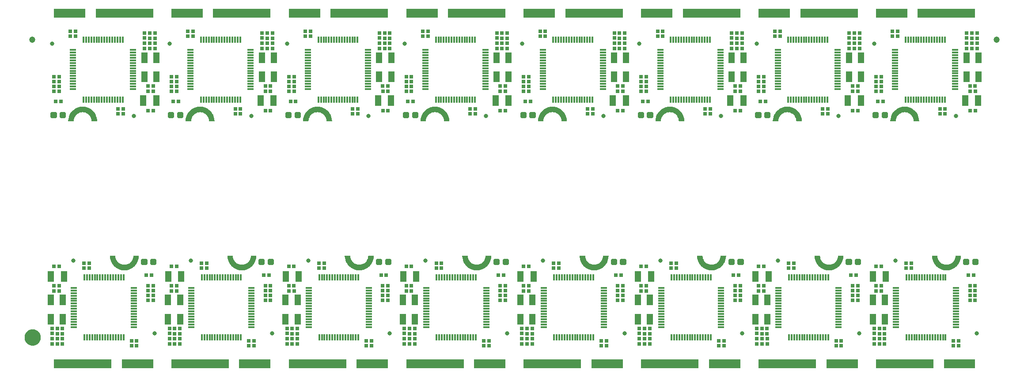
<source format=gts>
G04 EAGLE Gerber RS-274X export*
G75*
%MOMM*%
%FSLAX34Y34*%
%LPD*%
%INSoldermask Top*%
%IPPOS*%
%AMOC8*
5,1,8,0,0,1.08239X$1,22.5*%
G01*
%ADD10R,0.803200X0.803200*%
%ADD11C,0.505344*%
%ADD12R,0.553200X1.653200*%
%ADD13C,0.657200*%
%ADD14R,1.203200X0.423200*%
%ADD15R,0.423200X1.203200*%
%ADD16R,1.303200X2.103200*%
%ADD17R,1.203200X2.003200*%
%ADD18C,0.838200*%
%ADD19C,1.203200*%
%ADD20C,1.270000*%
%ADD21C,1.703200*%

G36*
X52496Y478253D02*
X52496Y478253D01*
X52503Y478251D01*
X52563Y478272D01*
X52624Y478290D01*
X52628Y478295D01*
X52635Y478298D01*
X52674Y478348D01*
X52716Y478395D01*
X52717Y478402D01*
X52721Y478408D01*
X52738Y478480D01*
X52952Y481198D01*
X53584Y483831D01*
X54620Y486331D01*
X56034Y488639D01*
X57792Y490698D01*
X59850Y492456D01*
X62158Y493870D01*
X64659Y494906D01*
X67291Y495538D01*
X69989Y495750D01*
X72688Y495538D01*
X75320Y494906D01*
X77821Y493870D01*
X80129Y492456D01*
X82187Y490698D01*
X83945Y488639D01*
X85359Y486331D01*
X86395Y483831D01*
X87027Y481198D01*
X87241Y478480D01*
X87244Y478474D01*
X87242Y478467D01*
X87268Y478409D01*
X87291Y478350D01*
X87296Y478345D01*
X87299Y478339D01*
X87352Y478304D01*
X87403Y478266D01*
X87410Y478266D01*
X87416Y478262D01*
X87489Y478251D01*
X97489Y478251D01*
X97514Y478258D01*
X97540Y478256D01*
X97580Y478277D01*
X97624Y478290D01*
X97641Y478310D01*
X97664Y478322D01*
X97686Y478361D01*
X97716Y478395D01*
X97719Y478421D01*
X97732Y478444D01*
X97738Y478518D01*
X97458Y482431D01*
X97455Y482441D01*
X97453Y482467D01*
X96619Y486301D01*
X96614Y486309D01*
X96609Y486335D01*
X95238Y490011D01*
X95232Y490019D01*
X95223Y490043D01*
X93343Y493487D01*
X93336Y493494D01*
X93323Y493517D01*
X90972Y496658D01*
X90964Y496664D01*
X90949Y496685D01*
X88174Y499459D01*
X88166Y499464D01*
X88147Y499483D01*
X85006Y501834D01*
X84997Y501837D01*
X84976Y501853D01*
X81533Y503734D01*
X81523Y503736D01*
X81500Y503748D01*
X77824Y505120D01*
X77815Y505120D01*
X77790Y505130D01*
X73956Y505964D01*
X73946Y505963D01*
X73921Y505969D01*
X70007Y506249D01*
X69998Y506247D01*
X69972Y506249D01*
X66058Y505969D01*
X66049Y505965D01*
X66023Y505964D01*
X62189Y505130D01*
X62180Y505125D01*
X62155Y505120D01*
X58478Y503748D01*
X58471Y503743D01*
X58446Y503734D01*
X55002Y501853D01*
X54996Y501846D01*
X54972Y501834D01*
X51831Y499483D01*
X51826Y499475D01*
X51805Y499459D01*
X49030Y496685D01*
X49025Y496676D01*
X49007Y496658D01*
X46655Y493517D01*
X46652Y493508D01*
X46636Y493487D01*
X44756Y490043D01*
X44754Y490034D01*
X44741Y490011D01*
X43370Y486335D01*
X43369Y486325D01*
X43360Y486301D01*
X42526Y482467D01*
X42526Y482457D01*
X42521Y482431D01*
X42241Y478518D01*
X42246Y478492D01*
X42242Y478467D01*
X42261Y478425D01*
X42270Y478381D01*
X42289Y478363D01*
X42299Y478339D01*
X42337Y478314D01*
X42369Y478282D01*
X42394Y478276D01*
X42416Y478262D01*
X42489Y478251D01*
X52489Y478251D01*
X52496Y478253D01*
G37*
G36*
X952825Y478253D02*
X952825Y478253D01*
X952832Y478251D01*
X952891Y478272D01*
X952952Y478290D01*
X952957Y478295D01*
X952964Y478298D01*
X953002Y478348D01*
X953044Y478395D01*
X953045Y478402D01*
X953049Y478408D01*
X953066Y478480D01*
X953280Y481198D01*
X953912Y483831D01*
X954948Y486331D01*
X956362Y488639D01*
X958120Y490698D01*
X960179Y492456D01*
X962486Y493870D01*
X964987Y494906D01*
X967619Y495538D01*
X970318Y495750D01*
X973016Y495538D01*
X975648Y494906D01*
X978149Y493870D01*
X980457Y492456D01*
X982515Y490698D01*
X984273Y488639D01*
X985688Y486331D01*
X986724Y483831D01*
X987355Y481198D01*
X987569Y478480D01*
X987572Y478474D01*
X987571Y478467D01*
X987597Y478409D01*
X987619Y478350D01*
X987625Y478345D01*
X987628Y478339D01*
X987680Y478304D01*
X987731Y478266D01*
X987738Y478266D01*
X987744Y478262D01*
X987818Y478251D01*
X997818Y478251D01*
X997843Y478258D01*
X997869Y478256D01*
X997909Y478277D01*
X997952Y478290D01*
X997969Y478310D01*
X997992Y478322D01*
X998014Y478361D01*
X998044Y478395D01*
X998048Y478421D01*
X998061Y478444D01*
X998066Y478518D01*
X997787Y482431D01*
X997783Y482441D01*
X997781Y482467D01*
X996947Y486301D01*
X996943Y486309D01*
X996937Y486335D01*
X995566Y490011D01*
X995560Y490019D01*
X995551Y490043D01*
X993671Y493487D01*
X993664Y493494D01*
X993652Y493517D01*
X991300Y496658D01*
X991293Y496664D01*
X991277Y496685D01*
X988503Y499459D01*
X988494Y499464D01*
X988476Y499483D01*
X985335Y501834D01*
X985326Y501837D01*
X985305Y501853D01*
X981861Y503734D01*
X981852Y503736D01*
X981829Y503748D01*
X978153Y505120D01*
X978143Y505120D01*
X978118Y505130D01*
X974284Y505964D01*
X974275Y505963D01*
X974249Y505969D01*
X970336Y506249D01*
X970326Y506247D01*
X970300Y506249D01*
X966386Y505969D01*
X966377Y505965D01*
X966351Y505964D01*
X962517Y505130D01*
X962509Y505125D01*
X962483Y505120D01*
X958807Y503748D01*
X958799Y503743D01*
X958774Y503734D01*
X955331Y501853D01*
X955324Y501846D01*
X955301Y501834D01*
X952160Y499483D01*
X952154Y499475D01*
X952133Y499459D01*
X949358Y496685D01*
X949354Y496676D01*
X949335Y496658D01*
X946984Y493517D01*
X946980Y493508D01*
X946965Y493487D01*
X945084Y490043D01*
X945082Y490034D01*
X945069Y490011D01*
X943698Y486335D01*
X943698Y486325D01*
X943688Y486301D01*
X942854Y482467D01*
X942855Y482457D01*
X942849Y482431D01*
X942569Y478518D01*
X942575Y478492D01*
X942571Y478467D01*
X942589Y478425D01*
X942599Y478381D01*
X942617Y478363D01*
X942628Y478339D01*
X942665Y478314D01*
X942697Y478282D01*
X942723Y478276D01*
X942744Y478262D01*
X942818Y478251D01*
X952818Y478251D01*
X952825Y478253D01*
G37*
G36*
X1402989Y478253D02*
X1402989Y478253D01*
X1402996Y478251D01*
X1403055Y478272D01*
X1403116Y478290D01*
X1403121Y478295D01*
X1403128Y478298D01*
X1403167Y478348D01*
X1403208Y478395D01*
X1403209Y478402D01*
X1403214Y478408D01*
X1403230Y478480D01*
X1403444Y481198D01*
X1404076Y483831D01*
X1405112Y486331D01*
X1406526Y488639D01*
X1408284Y490698D01*
X1410343Y492456D01*
X1412651Y493870D01*
X1415151Y494906D01*
X1417784Y495538D01*
X1420482Y495750D01*
X1423180Y495538D01*
X1425813Y494906D01*
X1428313Y493870D01*
X1430621Y492456D01*
X1432680Y490698D01*
X1434438Y488639D01*
X1435852Y486331D01*
X1436888Y483831D01*
X1437520Y481198D01*
X1437734Y478480D01*
X1437736Y478474D01*
X1437735Y478467D01*
X1437761Y478409D01*
X1437783Y478350D01*
X1437789Y478345D01*
X1437792Y478339D01*
X1437845Y478304D01*
X1437895Y478266D01*
X1437903Y478266D01*
X1437909Y478262D01*
X1437982Y478251D01*
X1447982Y478251D01*
X1448007Y478258D01*
X1448033Y478256D01*
X1448073Y478277D01*
X1448116Y478290D01*
X1448133Y478310D01*
X1448156Y478322D01*
X1448178Y478361D01*
X1448208Y478395D01*
X1448212Y478421D01*
X1448225Y478444D01*
X1448231Y478518D01*
X1447951Y482431D01*
X1447947Y482441D01*
X1447946Y482467D01*
X1447112Y486301D01*
X1447107Y486309D01*
X1447102Y486335D01*
X1445730Y490011D01*
X1445725Y490019D01*
X1445716Y490043D01*
X1443835Y493487D01*
X1443828Y493494D01*
X1443816Y493517D01*
X1441465Y496658D01*
X1441457Y496664D01*
X1441441Y496685D01*
X1438667Y499459D01*
X1438658Y499464D01*
X1438640Y499483D01*
X1435499Y501834D01*
X1435490Y501837D01*
X1435469Y501853D01*
X1432025Y503734D01*
X1432016Y503736D01*
X1431993Y503748D01*
X1428317Y505120D01*
X1428307Y505120D01*
X1428283Y505130D01*
X1424449Y505964D01*
X1424439Y505963D01*
X1424413Y505969D01*
X1420500Y506249D01*
X1420490Y506247D01*
X1420464Y506249D01*
X1416551Y505969D01*
X1416541Y505965D01*
X1416515Y505964D01*
X1412681Y505130D01*
X1412673Y505125D01*
X1412647Y505120D01*
X1408971Y503748D01*
X1408963Y503743D01*
X1408939Y503734D01*
X1405495Y501853D01*
X1405488Y501846D01*
X1405465Y501834D01*
X1402324Y499483D01*
X1402318Y499475D01*
X1402297Y499459D01*
X1399523Y496685D01*
X1399518Y496676D01*
X1399499Y496658D01*
X1397148Y493517D01*
X1397145Y493508D01*
X1397129Y493487D01*
X1395248Y490043D01*
X1395246Y490034D01*
X1395234Y490011D01*
X1393862Y486335D01*
X1393862Y486325D01*
X1393852Y486301D01*
X1393018Y482467D01*
X1393019Y482457D01*
X1393013Y482431D01*
X1392733Y478518D01*
X1392739Y478492D01*
X1392735Y478467D01*
X1392753Y478425D01*
X1392763Y478381D01*
X1392781Y478363D01*
X1392792Y478339D01*
X1392830Y478314D01*
X1392861Y478282D01*
X1392887Y478276D01*
X1392909Y478262D01*
X1392982Y478251D01*
X1402982Y478251D01*
X1402989Y478253D01*
G37*
G36*
X502661Y478253D02*
X502661Y478253D01*
X502668Y478251D01*
X502727Y478272D01*
X502788Y478290D01*
X502793Y478295D01*
X502799Y478298D01*
X502838Y478348D01*
X502880Y478395D01*
X502881Y478402D01*
X502885Y478408D01*
X502902Y478480D01*
X503116Y481198D01*
X503748Y483831D01*
X504784Y486331D01*
X506198Y488639D01*
X507956Y490698D01*
X510014Y492456D01*
X512322Y493870D01*
X514823Y494906D01*
X517455Y495538D01*
X520154Y495750D01*
X522852Y495538D01*
X525484Y494906D01*
X527985Y493870D01*
X530293Y492456D01*
X532351Y490698D01*
X534109Y488639D01*
X535523Y486331D01*
X536559Y483831D01*
X537191Y481198D01*
X537405Y478480D01*
X537408Y478474D01*
X537407Y478467D01*
X537432Y478409D01*
X537455Y478350D01*
X537461Y478345D01*
X537463Y478339D01*
X537516Y478304D01*
X537567Y478266D01*
X537574Y478266D01*
X537580Y478262D01*
X537654Y478251D01*
X547654Y478251D01*
X547679Y478258D01*
X547705Y478256D01*
X547744Y478277D01*
X547788Y478290D01*
X547805Y478310D01*
X547828Y478322D01*
X547850Y478361D01*
X547880Y478395D01*
X547884Y478421D01*
X547896Y478444D01*
X547902Y478518D01*
X547622Y482431D01*
X547619Y482441D01*
X547617Y482467D01*
X546783Y486301D01*
X546779Y486309D01*
X546773Y486335D01*
X545402Y490011D01*
X545396Y490019D01*
X545387Y490043D01*
X543507Y493487D01*
X543500Y493494D01*
X543488Y493517D01*
X541136Y496658D01*
X541129Y496664D01*
X541113Y496685D01*
X538339Y499459D01*
X538330Y499464D01*
X538312Y499483D01*
X535171Y501834D01*
X535162Y501837D01*
X535141Y501853D01*
X531697Y503734D01*
X531688Y503736D01*
X531665Y503748D01*
X527988Y505120D01*
X527979Y505120D01*
X527954Y505130D01*
X524120Y505964D01*
X524111Y505963D01*
X524085Y505969D01*
X520171Y506249D01*
X520162Y506247D01*
X520136Y506249D01*
X516222Y505969D01*
X516213Y505965D01*
X516187Y505964D01*
X512353Y505130D01*
X512344Y505125D01*
X512319Y505120D01*
X508643Y503748D01*
X508635Y503743D01*
X508610Y503734D01*
X505167Y501853D01*
X505160Y501846D01*
X505137Y501834D01*
X501996Y499483D01*
X501990Y499475D01*
X501969Y499459D01*
X499194Y496685D01*
X499190Y496676D01*
X499171Y496658D01*
X496820Y493517D01*
X496816Y493508D01*
X496800Y493487D01*
X494920Y490043D01*
X494918Y490034D01*
X494905Y490011D01*
X493534Y486335D01*
X493533Y486325D01*
X493524Y486301D01*
X492690Y482467D01*
X492691Y482457D01*
X492685Y482431D01*
X492405Y478518D01*
X492410Y478492D01*
X492407Y478467D01*
X492425Y478425D01*
X492435Y478381D01*
X492453Y478363D01*
X492463Y478339D01*
X492501Y478314D01*
X492533Y478282D01*
X492558Y478276D01*
X492580Y478262D01*
X492654Y478251D01*
X502654Y478251D01*
X502661Y478253D01*
G37*
G36*
X277591Y478253D02*
X277591Y478253D01*
X277598Y478251D01*
X277657Y478272D01*
X277718Y478290D01*
X277723Y478295D01*
X277730Y478298D01*
X277769Y478348D01*
X277810Y478395D01*
X277811Y478402D01*
X277816Y478408D01*
X277833Y478480D01*
X278047Y481198D01*
X278679Y483831D01*
X279714Y486331D01*
X281129Y488639D01*
X282887Y490698D01*
X284945Y492456D01*
X287253Y493870D01*
X289754Y494906D01*
X292386Y495538D01*
X295084Y495750D01*
X297783Y495538D01*
X300415Y494906D01*
X302916Y493870D01*
X305224Y492456D01*
X307282Y490698D01*
X309040Y488639D01*
X310454Y486331D01*
X311490Y483831D01*
X312122Y481198D01*
X312336Y478480D01*
X312338Y478474D01*
X312337Y478467D01*
X312363Y478409D01*
X312385Y478350D01*
X312391Y478345D01*
X312394Y478339D01*
X312447Y478304D01*
X312497Y478266D01*
X312505Y478266D01*
X312511Y478262D01*
X312584Y478251D01*
X322584Y478251D01*
X322609Y478258D01*
X322635Y478256D01*
X322675Y478277D01*
X322718Y478290D01*
X322736Y478310D01*
X322758Y478322D01*
X322781Y478361D01*
X322810Y478395D01*
X322814Y478421D01*
X322827Y478444D01*
X322833Y478518D01*
X322553Y482431D01*
X322550Y482441D01*
X322548Y482467D01*
X321714Y486301D01*
X321709Y486309D01*
X321704Y486335D01*
X320333Y490011D01*
X320327Y490019D01*
X320318Y490043D01*
X318437Y493487D01*
X318431Y493494D01*
X318418Y493517D01*
X316067Y496658D01*
X316059Y496664D01*
X316044Y496685D01*
X313269Y499459D01*
X313261Y499464D01*
X313242Y499483D01*
X310101Y501834D01*
X310092Y501837D01*
X310071Y501853D01*
X306628Y503734D01*
X306618Y503736D01*
X306595Y503748D01*
X302919Y505120D01*
X302909Y505120D01*
X302885Y505130D01*
X299051Y505964D01*
X299041Y505963D01*
X299016Y505969D01*
X295102Y506249D01*
X295093Y506247D01*
X295066Y506249D01*
X291153Y505969D01*
X291144Y505965D01*
X291118Y505964D01*
X287284Y505130D01*
X287275Y505125D01*
X287249Y505120D01*
X283573Y503748D01*
X283565Y503743D01*
X283541Y503734D01*
X280097Y501853D01*
X280090Y501846D01*
X280067Y501834D01*
X276926Y499483D01*
X276920Y499475D01*
X276899Y499459D01*
X274125Y496685D01*
X274120Y496676D01*
X274102Y496658D01*
X271750Y493517D01*
X271747Y493508D01*
X271731Y493487D01*
X269851Y490043D01*
X269849Y490034D01*
X269836Y490011D01*
X268465Y486335D01*
X268464Y486325D01*
X268455Y486301D01*
X267621Y482467D01*
X267621Y482457D01*
X267615Y482431D01*
X267336Y478518D01*
X267341Y478492D01*
X267337Y478467D01*
X267356Y478425D01*
X267365Y478381D01*
X267383Y478363D01*
X267394Y478339D01*
X267432Y478314D01*
X267464Y478282D01*
X267489Y478276D01*
X267511Y478262D01*
X267584Y478251D01*
X277584Y478251D01*
X277591Y478253D01*
G37*
G36*
X1177920Y478253D02*
X1177920Y478253D01*
X1177927Y478251D01*
X1177986Y478272D01*
X1178047Y478290D01*
X1178052Y478295D01*
X1178058Y478298D01*
X1178097Y478348D01*
X1178139Y478395D01*
X1178140Y478402D01*
X1178144Y478408D01*
X1178161Y478480D01*
X1178375Y481198D01*
X1179007Y483831D01*
X1180043Y486331D01*
X1181457Y488639D01*
X1183215Y490698D01*
X1185273Y492456D01*
X1187581Y493870D01*
X1190082Y494906D01*
X1192714Y495538D01*
X1195413Y495750D01*
X1198111Y495538D01*
X1200743Y494906D01*
X1203244Y493870D01*
X1205552Y492456D01*
X1207610Y490698D01*
X1209368Y488639D01*
X1210782Y486331D01*
X1211818Y483831D01*
X1212450Y481198D01*
X1212664Y478480D01*
X1212667Y478474D01*
X1212666Y478467D01*
X1212691Y478409D01*
X1212714Y478350D01*
X1212720Y478345D01*
X1212722Y478339D01*
X1212775Y478304D01*
X1212826Y478266D01*
X1212833Y478266D01*
X1212839Y478262D01*
X1212913Y478251D01*
X1222913Y478251D01*
X1222938Y478258D01*
X1222964Y478256D01*
X1223003Y478277D01*
X1223047Y478290D01*
X1223064Y478310D01*
X1223087Y478322D01*
X1223109Y478361D01*
X1223139Y478395D01*
X1223143Y478421D01*
X1223155Y478444D01*
X1223161Y478518D01*
X1222881Y482431D01*
X1222878Y482441D01*
X1222876Y482467D01*
X1222042Y486301D01*
X1222038Y486309D01*
X1222032Y486335D01*
X1220661Y490011D01*
X1220655Y490019D01*
X1220646Y490043D01*
X1218766Y493487D01*
X1218759Y493494D01*
X1218747Y493517D01*
X1216395Y496658D01*
X1216388Y496664D01*
X1216372Y496685D01*
X1213598Y499459D01*
X1213589Y499464D01*
X1213571Y499483D01*
X1210430Y501834D01*
X1210421Y501837D01*
X1210400Y501853D01*
X1206956Y503734D01*
X1206947Y503736D01*
X1206924Y503748D01*
X1203247Y505120D01*
X1203238Y505120D01*
X1203213Y505130D01*
X1199379Y505964D01*
X1199370Y505963D01*
X1199344Y505969D01*
X1195430Y506249D01*
X1195421Y506247D01*
X1195395Y506249D01*
X1191481Y505969D01*
X1191472Y505965D01*
X1191446Y505964D01*
X1187612Y505130D01*
X1187603Y505125D01*
X1187578Y505120D01*
X1183902Y503748D01*
X1183894Y503743D01*
X1183869Y503734D01*
X1180426Y501853D01*
X1180419Y501846D01*
X1180396Y501834D01*
X1177255Y499483D01*
X1177249Y499475D01*
X1177228Y499459D01*
X1174453Y496685D01*
X1174449Y496676D01*
X1174430Y496658D01*
X1172079Y493517D01*
X1172075Y493508D01*
X1172059Y493487D01*
X1170179Y490043D01*
X1170177Y490034D01*
X1170164Y490011D01*
X1168793Y486335D01*
X1168792Y486325D01*
X1168783Y486301D01*
X1167949Y482467D01*
X1167950Y482457D01*
X1167944Y482431D01*
X1167664Y478518D01*
X1167669Y478492D01*
X1167666Y478467D01*
X1167684Y478425D01*
X1167694Y478381D01*
X1167712Y478363D01*
X1167722Y478339D01*
X1167760Y478314D01*
X1167792Y478282D01*
X1167817Y478276D01*
X1167839Y478262D01*
X1167913Y478251D01*
X1177913Y478251D01*
X1177920Y478253D01*
G37*
G36*
X727755Y478253D02*
X727755Y478253D01*
X727762Y478251D01*
X727822Y478272D01*
X727883Y478290D01*
X727887Y478295D01*
X727894Y478298D01*
X727933Y478348D01*
X727975Y478395D01*
X727976Y478402D01*
X727980Y478408D01*
X727997Y478480D01*
X728211Y481198D01*
X728843Y483831D01*
X729879Y486331D01*
X731293Y488639D01*
X733051Y490698D01*
X735109Y492456D01*
X737417Y493870D01*
X739918Y494906D01*
X742550Y495538D01*
X745248Y495750D01*
X747947Y495538D01*
X750579Y494906D01*
X753080Y493870D01*
X755388Y492456D01*
X757446Y490698D01*
X759204Y488639D01*
X760618Y486331D01*
X761654Y483831D01*
X762286Y481198D01*
X762500Y478480D01*
X762503Y478474D01*
X762501Y478467D01*
X762527Y478409D01*
X762550Y478350D01*
X762555Y478345D01*
X762558Y478339D01*
X762611Y478304D01*
X762662Y478266D01*
X762669Y478266D01*
X762675Y478262D01*
X762748Y478251D01*
X772748Y478251D01*
X772773Y478258D01*
X772799Y478256D01*
X772839Y478277D01*
X772883Y478290D01*
X772900Y478310D01*
X772923Y478322D01*
X772945Y478361D01*
X772975Y478395D01*
X772978Y478421D01*
X772991Y478444D01*
X772997Y478518D01*
X772717Y482431D01*
X772714Y482441D01*
X772712Y482467D01*
X771878Y486301D01*
X771873Y486309D01*
X771868Y486335D01*
X770497Y490011D01*
X770491Y490019D01*
X770482Y490043D01*
X768602Y493487D01*
X768595Y493494D01*
X768582Y493517D01*
X766231Y496658D01*
X766223Y496664D01*
X766208Y496685D01*
X763433Y499459D01*
X763425Y499464D01*
X763406Y499483D01*
X760265Y501834D01*
X760256Y501837D01*
X760235Y501853D01*
X756792Y503734D01*
X756782Y503736D01*
X756759Y503748D01*
X753083Y505120D01*
X753074Y505120D01*
X753049Y505130D01*
X749215Y505964D01*
X749205Y505963D01*
X749180Y505969D01*
X745266Y506249D01*
X745257Y506247D01*
X745231Y506249D01*
X741317Y505969D01*
X741308Y505965D01*
X741282Y505964D01*
X737448Y505130D01*
X737439Y505125D01*
X737414Y505120D01*
X733737Y503748D01*
X733730Y503743D01*
X733705Y503734D01*
X730261Y501853D01*
X730255Y501846D01*
X730231Y501834D01*
X727090Y499483D01*
X727085Y499475D01*
X727064Y499459D01*
X724289Y496685D01*
X724284Y496676D01*
X724266Y496658D01*
X721914Y493517D01*
X721911Y493508D01*
X721895Y493487D01*
X720015Y490043D01*
X720013Y490034D01*
X720000Y490011D01*
X718629Y486335D01*
X718628Y486325D01*
X718619Y486301D01*
X717785Y482467D01*
X717785Y482457D01*
X717780Y482431D01*
X717500Y478518D01*
X717505Y478492D01*
X717501Y478467D01*
X717520Y478425D01*
X717529Y478381D01*
X717548Y478363D01*
X717558Y478339D01*
X717596Y478314D01*
X717628Y478282D01*
X717653Y478276D01*
X717675Y478262D01*
X717748Y478251D01*
X727748Y478251D01*
X727755Y478253D01*
G37*
G36*
X1628058Y478253D02*
X1628058Y478253D01*
X1628065Y478251D01*
X1628125Y478272D01*
X1628186Y478290D01*
X1628190Y478295D01*
X1628197Y478298D01*
X1628236Y478348D01*
X1628278Y478395D01*
X1628279Y478402D01*
X1628283Y478408D01*
X1628300Y478480D01*
X1628514Y481198D01*
X1629146Y483831D01*
X1630182Y486331D01*
X1631596Y488639D01*
X1633354Y490698D01*
X1635412Y492456D01*
X1637720Y493870D01*
X1640221Y494906D01*
X1642853Y495538D01*
X1645551Y495750D01*
X1648250Y495538D01*
X1650882Y494906D01*
X1653383Y493870D01*
X1655691Y492456D01*
X1657749Y490698D01*
X1659507Y488639D01*
X1660921Y486331D01*
X1661957Y483831D01*
X1662589Y481198D01*
X1662803Y478480D01*
X1662806Y478474D01*
X1662804Y478467D01*
X1662830Y478409D01*
X1662853Y478350D01*
X1662858Y478345D01*
X1662861Y478339D01*
X1662914Y478304D01*
X1662965Y478266D01*
X1662972Y478266D01*
X1662978Y478262D01*
X1663051Y478251D01*
X1673051Y478251D01*
X1673076Y478258D01*
X1673102Y478256D01*
X1673142Y478277D01*
X1673186Y478290D01*
X1673203Y478310D01*
X1673226Y478322D01*
X1673248Y478361D01*
X1673278Y478395D01*
X1673281Y478421D01*
X1673294Y478444D01*
X1673300Y478518D01*
X1673020Y482431D01*
X1673017Y482441D01*
X1673015Y482467D01*
X1672181Y486301D01*
X1672176Y486309D01*
X1672171Y486335D01*
X1670800Y490011D01*
X1670794Y490019D01*
X1670785Y490043D01*
X1668905Y493487D01*
X1668898Y493494D01*
X1668885Y493517D01*
X1666534Y496658D01*
X1666526Y496664D01*
X1666511Y496685D01*
X1663736Y499459D01*
X1663728Y499464D01*
X1663709Y499483D01*
X1660568Y501834D01*
X1660559Y501837D01*
X1660538Y501853D01*
X1657095Y503734D01*
X1657085Y503736D01*
X1657062Y503748D01*
X1653386Y505120D01*
X1653377Y505120D01*
X1653352Y505130D01*
X1649518Y505964D01*
X1649508Y505963D01*
X1649483Y505969D01*
X1645569Y506249D01*
X1645560Y506247D01*
X1645534Y506249D01*
X1641620Y505969D01*
X1641611Y505965D01*
X1641585Y505964D01*
X1637751Y505130D01*
X1637742Y505125D01*
X1637717Y505120D01*
X1634040Y503748D01*
X1634033Y503743D01*
X1634008Y503734D01*
X1630564Y501853D01*
X1630558Y501846D01*
X1630534Y501834D01*
X1627393Y499483D01*
X1627388Y499475D01*
X1627367Y499459D01*
X1624592Y496685D01*
X1624587Y496676D01*
X1624569Y496658D01*
X1622217Y493517D01*
X1622214Y493508D01*
X1622198Y493487D01*
X1620318Y490043D01*
X1620316Y490034D01*
X1620303Y490011D01*
X1618932Y486335D01*
X1618931Y486325D01*
X1618922Y486301D01*
X1618088Y482467D01*
X1618088Y482457D01*
X1618083Y482431D01*
X1617803Y478518D01*
X1617808Y478492D01*
X1617804Y478467D01*
X1617823Y478425D01*
X1617832Y478381D01*
X1617851Y478363D01*
X1617861Y478339D01*
X1617899Y478314D01*
X1617931Y478282D01*
X1617956Y478276D01*
X1617978Y478262D01*
X1618051Y478251D01*
X1628051Y478251D01*
X1628058Y478253D01*
G37*
G36*
X1729493Y192531D02*
X1729493Y192531D01*
X1729503Y192535D01*
X1729529Y192536D01*
X1733363Y193370D01*
X1733371Y193375D01*
X1733397Y193380D01*
X1737073Y194752D01*
X1737081Y194757D01*
X1737105Y194766D01*
X1740549Y196647D01*
X1740556Y196654D01*
X1740579Y196666D01*
X1743720Y199017D01*
X1743726Y199025D01*
X1743747Y199041D01*
X1746521Y201815D01*
X1746526Y201824D01*
X1746545Y201842D01*
X1748896Y204983D01*
X1748899Y204992D01*
X1748915Y205013D01*
X1750796Y208457D01*
X1750798Y208466D01*
X1750810Y208489D01*
X1752182Y212165D01*
X1752182Y212175D01*
X1752192Y212199D01*
X1753026Y216033D01*
X1753025Y216043D01*
X1753031Y216069D01*
X1753311Y219982D01*
X1753305Y220008D01*
X1753309Y220033D01*
X1753291Y220075D01*
X1753281Y220119D01*
X1753263Y220137D01*
X1753252Y220161D01*
X1753214Y220186D01*
X1753183Y220218D01*
X1753157Y220224D01*
X1753136Y220238D01*
X1753062Y220249D01*
X1743062Y220249D01*
X1743055Y220247D01*
X1743048Y220249D01*
X1742989Y220228D01*
X1742928Y220210D01*
X1742923Y220205D01*
X1742916Y220202D01*
X1742878Y220152D01*
X1742836Y220105D01*
X1742835Y220098D01*
X1742830Y220092D01*
X1742814Y220020D01*
X1742600Y217302D01*
X1741968Y214669D01*
X1740932Y212169D01*
X1739518Y209861D01*
X1737760Y207802D01*
X1735701Y206044D01*
X1733393Y204630D01*
X1730893Y203594D01*
X1728260Y202962D01*
X1725562Y202750D01*
X1722864Y202962D01*
X1720231Y203594D01*
X1717731Y204630D01*
X1715423Y206044D01*
X1713364Y207802D01*
X1711606Y209861D01*
X1710192Y212169D01*
X1709156Y214669D01*
X1708524Y217302D01*
X1708310Y220020D01*
X1708308Y220026D01*
X1708309Y220033D01*
X1708283Y220091D01*
X1708261Y220150D01*
X1708255Y220155D01*
X1708252Y220161D01*
X1708199Y220196D01*
X1708149Y220234D01*
X1708142Y220234D01*
X1708136Y220238D01*
X1708062Y220249D01*
X1698062Y220249D01*
X1698037Y220242D01*
X1698011Y220244D01*
X1697971Y220223D01*
X1697928Y220210D01*
X1697911Y220190D01*
X1697888Y220178D01*
X1697866Y220139D01*
X1697836Y220105D01*
X1697832Y220079D01*
X1697819Y220056D01*
X1697813Y219982D01*
X1698093Y216069D01*
X1698097Y216059D01*
X1698098Y216033D01*
X1698932Y212199D01*
X1698937Y212191D01*
X1698942Y212165D01*
X1700314Y208489D01*
X1700319Y208481D01*
X1700328Y208457D01*
X1702209Y205013D01*
X1702216Y205006D01*
X1702228Y204983D01*
X1704579Y201842D01*
X1704587Y201836D01*
X1704603Y201815D01*
X1707377Y199041D01*
X1707386Y199036D01*
X1707404Y199017D01*
X1710545Y196666D01*
X1710554Y196663D01*
X1710575Y196647D01*
X1714019Y194766D01*
X1714028Y194764D01*
X1714051Y194752D01*
X1717727Y193380D01*
X1717737Y193380D01*
X1717761Y193370D01*
X1721595Y192536D01*
X1721605Y192537D01*
X1721631Y192531D01*
X1725544Y192251D01*
X1725554Y192253D01*
X1725580Y192251D01*
X1729493Y192531D01*
G37*
G36*
X1054260Y192531D02*
X1054260Y192531D01*
X1054269Y192535D01*
X1054295Y192536D01*
X1058129Y193370D01*
X1058138Y193375D01*
X1058163Y193380D01*
X1061839Y194752D01*
X1061847Y194757D01*
X1061872Y194766D01*
X1065315Y196647D01*
X1065322Y196654D01*
X1065345Y196666D01*
X1068486Y199017D01*
X1068492Y199025D01*
X1068513Y199041D01*
X1071288Y201815D01*
X1071292Y201824D01*
X1071311Y201842D01*
X1073662Y204983D01*
X1073666Y204992D01*
X1073682Y205013D01*
X1075562Y208457D01*
X1075564Y208466D01*
X1075577Y208489D01*
X1076948Y212165D01*
X1076949Y212175D01*
X1076958Y212199D01*
X1077792Y216033D01*
X1077791Y216043D01*
X1077797Y216069D01*
X1078077Y219982D01*
X1078072Y220008D01*
X1078075Y220033D01*
X1078057Y220075D01*
X1078048Y220119D01*
X1078029Y220137D01*
X1078019Y220161D01*
X1077981Y220186D01*
X1077949Y220218D01*
X1077924Y220224D01*
X1077902Y220238D01*
X1077828Y220249D01*
X1067828Y220249D01*
X1067821Y220247D01*
X1067814Y220249D01*
X1067755Y220228D01*
X1067694Y220210D01*
X1067689Y220205D01*
X1067683Y220202D01*
X1067644Y220152D01*
X1067602Y220105D01*
X1067601Y220098D01*
X1067597Y220092D01*
X1067580Y220020D01*
X1067366Y217302D01*
X1066734Y214669D01*
X1065698Y212169D01*
X1064284Y209861D01*
X1062526Y207802D01*
X1060468Y206044D01*
X1058160Y204630D01*
X1055659Y203594D01*
X1053027Y202962D01*
X1050328Y202750D01*
X1047630Y202962D01*
X1044998Y203594D01*
X1042497Y204630D01*
X1040189Y206044D01*
X1038131Y207802D01*
X1036373Y209861D01*
X1034959Y212169D01*
X1033923Y214669D01*
X1033291Y217302D01*
X1033077Y220020D01*
X1033074Y220026D01*
X1033075Y220033D01*
X1033050Y220091D01*
X1033027Y220150D01*
X1033022Y220155D01*
X1033019Y220161D01*
X1032966Y220196D01*
X1032915Y220234D01*
X1032908Y220234D01*
X1032902Y220238D01*
X1032828Y220249D01*
X1022828Y220249D01*
X1022803Y220242D01*
X1022777Y220244D01*
X1022738Y220223D01*
X1022694Y220210D01*
X1022677Y220190D01*
X1022654Y220178D01*
X1022632Y220139D01*
X1022602Y220105D01*
X1022598Y220079D01*
X1022586Y220056D01*
X1022580Y219982D01*
X1022860Y216069D01*
X1022863Y216059D01*
X1022865Y216033D01*
X1023699Y212199D01*
X1023703Y212191D01*
X1023709Y212165D01*
X1025080Y208489D01*
X1025086Y208481D01*
X1025095Y208457D01*
X1026975Y205013D01*
X1026982Y205006D01*
X1026994Y204983D01*
X1029346Y201842D01*
X1029354Y201836D01*
X1029369Y201815D01*
X1032144Y199041D01*
X1032152Y199036D01*
X1032170Y199017D01*
X1035311Y196666D01*
X1035321Y196663D01*
X1035341Y196647D01*
X1038785Y194766D01*
X1038794Y194764D01*
X1038817Y194752D01*
X1042494Y193380D01*
X1042503Y193380D01*
X1042528Y193370D01*
X1046362Y192536D01*
X1046371Y192537D01*
X1046397Y192531D01*
X1050311Y192251D01*
X1050320Y192253D01*
X1050346Y192251D01*
X1054260Y192531D01*
G37*
G36*
X829165Y192531D02*
X829165Y192531D01*
X829174Y192535D01*
X829200Y192536D01*
X833034Y193370D01*
X833043Y193375D01*
X833068Y193380D01*
X836745Y194752D01*
X836752Y194757D01*
X836777Y194766D01*
X840221Y196647D01*
X840227Y196654D01*
X840251Y196666D01*
X843392Y199017D01*
X843397Y199025D01*
X843419Y199041D01*
X846193Y201815D01*
X846198Y201824D01*
X846216Y201842D01*
X848568Y204983D01*
X848571Y204992D01*
X848587Y205013D01*
X850467Y208457D01*
X850469Y208466D01*
X850482Y208489D01*
X851853Y212165D01*
X851854Y212175D01*
X851863Y212199D01*
X852697Y216033D01*
X852697Y216043D01*
X852702Y216069D01*
X852982Y219982D01*
X852977Y220008D01*
X852981Y220033D01*
X852962Y220075D01*
X852953Y220119D01*
X852934Y220137D01*
X852924Y220161D01*
X852886Y220186D01*
X852854Y220218D01*
X852829Y220224D01*
X852807Y220238D01*
X852734Y220249D01*
X842734Y220249D01*
X842727Y220247D01*
X842720Y220249D01*
X842660Y220228D01*
X842599Y220210D01*
X842595Y220205D01*
X842588Y220202D01*
X842549Y220152D01*
X842507Y220105D01*
X842506Y220098D01*
X842502Y220092D01*
X842485Y220020D01*
X842271Y217302D01*
X841639Y214669D01*
X840603Y212169D01*
X839189Y209861D01*
X837431Y207802D01*
X835373Y206044D01*
X833065Y204630D01*
X830564Y203594D01*
X827932Y202962D01*
X825234Y202750D01*
X822535Y202962D01*
X819903Y203594D01*
X817402Y204630D01*
X815094Y206044D01*
X813036Y207802D01*
X811278Y209861D01*
X809864Y212169D01*
X808828Y214669D01*
X808196Y217302D01*
X807982Y220020D01*
X807980Y220026D01*
X807981Y220033D01*
X807955Y220091D01*
X807932Y220150D01*
X807927Y220155D01*
X807924Y220161D01*
X807871Y220196D01*
X807820Y220234D01*
X807813Y220234D01*
X807807Y220238D01*
X807734Y220249D01*
X797734Y220249D01*
X797709Y220242D01*
X797683Y220244D01*
X797643Y220223D01*
X797599Y220210D01*
X797582Y220190D01*
X797559Y220178D01*
X797537Y220139D01*
X797507Y220105D01*
X797504Y220079D01*
X797491Y220056D01*
X797485Y219982D01*
X797765Y216069D01*
X797768Y216059D01*
X797770Y216033D01*
X798604Y212199D01*
X798609Y212191D01*
X798614Y212165D01*
X799985Y208489D01*
X799991Y208481D01*
X800000Y208457D01*
X801880Y205013D01*
X801887Y205006D01*
X801900Y204983D01*
X804251Y201842D01*
X804259Y201836D01*
X804274Y201815D01*
X807049Y199041D01*
X807057Y199036D01*
X807076Y199017D01*
X810217Y196666D01*
X810226Y196663D01*
X810247Y196647D01*
X813690Y194766D01*
X813700Y194764D01*
X813723Y194752D01*
X817399Y193380D01*
X817409Y193380D01*
X817433Y193370D01*
X821267Y192536D01*
X821277Y192537D01*
X821302Y192531D01*
X825216Y192251D01*
X825225Y192253D01*
X825251Y192251D01*
X829165Y192531D01*
G37*
G36*
X1279329Y192531D02*
X1279329Y192531D01*
X1279338Y192535D01*
X1279364Y192536D01*
X1283198Y193370D01*
X1283207Y193375D01*
X1283233Y193380D01*
X1286909Y194752D01*
X1286917Y194757D01*
X1286941Y194766D01*
X1290385Y196647D01*
X1290392Y196654D01*
X1290415Y196666D01*
X1293556Y199017D01*
X1293562Y199025D01*
X1293583Y199041D01*
X1296357Y201815D01*
X1296362Y201824D01*
X1296380Y201842D01*
X1298732Y204983D01*
X1298735Y204992D01*
X1298751Y205013D01*
X1300631Y208457D01*
X1300634Y208466D01*
X1300646Y208489D01*
X1302017Y212165D01*
X1302018Y212175D01*
X1302027Y212199D01*
X1302861Y216033D01*
X1302861Y216043D01*
X1302867Y216069D01*
X1303146Y219982D01*
X1303141Y220008D01*
X1303145Y220033D01*
X1303126Y220075D01*
X1303117Y220119D01*
X1303099Y220137D01*
X1303088Y220161D01*
X1303050Y220186D01*
X1303018Y220218D01*
X1302993Y220224D01*
X1302971Y220238D01*
X1302898Y220249D01*
X1292898Y220249D01*
X1292891Y220247D01*
X1292884Y220249D01*
X1292825Y220228D01*
X1292764Y220210D01*
X1292759Y220205D01*
X1292752Y220202D01*
X1292713Y220152D01*
X1292672Y220105D01*
X1292671Y220098D01*
X1292666Y220092D01*
X1292649Y220020D01*
X1292435Y217302D01*
X1291804Y214669D01*
X1290768Y212169D01*
X1289353Y209861D01*
X1287595Y207802D01*
X1285537Y206044D01*
X1283229Y204630D01*
X1280728Y203594D01*
X1278096Y202962D01*
X1275398Y202750D01*
X1272699Y202962D01*
X1270067Y203594D01*
X1267566Y204630D01*
X1265259Y206044D01*
X1263200Y207802D01*
X1261442Y209861D01*
X1260028Y212169D01*
X1258992Y214669D01*
X1258360Y217302D01*
X1258146Y220020D01*
X1258144Y220026D01*
X1258145Y220033D01*
X1258119Y220091D01*
X1258097Y220150D01*
X1258091Y220155D01*
X1258088Y220161D01*
X1258035Y220196D01*
X1257985Y220234D01*
X1257977Y220234D01*
X1257971Y220238D01*
X1257898Y220249D01*
X1247898Y220249D01*
X1247873Y220242D01*
X1247847Y220244D01*
X1247807Y220223D01*
X1247764Y220210D01*
X1247746Y220190D01*
X1247724Y220178D01*
X1247701Y220139D01*
X1247672Y220105D01*
X1247668Y220079D01*
X1247655Y220056D01*
X1247649Y219982D01*
X1247929Y216069D01*
X1247932Y216059D01*
X1247934Y216033D01*
X1248768Y212199D01*
X1248773Y212191D01*
X1248778Y212165D01*
X1250149Y208489D01*
X1250155Y208481D01*
X1250164Y208457D01*
X1252045Y205013D01*
X1252051Y205006D01*
X1252064Y204983D01*
X1254415Y201842D01*
X1254423Y201836D01*
X1254438Y201815D01*
X1257213Y199041D01*
X1257221Y199036D01*
X1257240Y199017D01*
X1260381Y196666D01*
X1260390Y196663D01*
X1260411Y196647D01*
X1263854Y194766D01*
X1263864Y194764D01*
X1263887Y194752D01*
X1267563Y193380D01*
X1267573Y193380D01*
X1267597Y193370D01*
X1271431Y192536D01*
X1271441Y192537D01*
X1271466Y192531D01*
X1275380Y192251D01*
X1275390Y192253D01*
X1275416Y192251D01*
X1279329Y192531D01*
G37*
G36*
X1504424Y192531D02*
X1504424Y192531D01*
X1504433Y192535D01*
X1504459Y192536D01*
X1508293Y193370D01*
X1508302Y193375D01*
X1508327Y193380D01*
X1512004Y194752D01*
X1512011Y194757D01*
X1512036Y194766D01*
X1515480Y196647D01*
X1515486Y196654D01*
X1515510Y196666D01*
X1518651Y199017D01*
X1518656Y199025D01*
X1518678Y199041D01*
X1521452Y201815D01*
X1521457Y201824D01*
X1521475Y201842D01*
X1523827Y204983D01*
X1523830Y204992D01*
X1523846Y205013D01*
X1525726Y208457D01*
X1525728Y208466D01*
X1525741Y208489D01*
X1527112Y212165D01*
X1527113Y212175D01*
X1527122Y212199D01*
X1527956Y216033D01*
X1527956Y216043D01*
X1527961Y216069D01*
X1528241Y219982D01*
X1528236Y220008D01*
X1528240Y220033D01*
X1528221Y220075D01*
X1528212Y220119D01*
X1528193Y220137D01*
X1528183Y220161D01*
X1528145Y220186D01*
X1528113Y220218D01*
X1528088Y220224D01*
X1528066Y220238D01*
X1527993Y220249D01*
X1517993Y220249D01*
X1517986Y220247D01*
X1517979Y220249D01*
X1517919Y220228D01*
X1517858Y220210D01*
X1517854Y220205D01*
X1517847Y220202D01*
X1517808Y220152D01*
X1517766Y220105D01*
X1517765Y220098D01*
X1517761Y220092D01*
X1517744Y220020D01*
X1517530Y217302D01*
X1516898Y214669D01*
X1515862Y212169D01*
X1514448Y209861D01*
X1512690Y207802D01*
X1510632Y206044D01*
X1508324Y204630D01*
X1505823Y203594D01*
X1503191Y202962D01*
X1500493Y202750D01*
X1497794Y202962D01*
X1495162Y203594D01*
X1492661Y204630D01*
X1490353Y206044D01*
X1488295Y207802D01*
X1486537Y209861D01*
X1485123Y212169D01*
X1484087Y214669D01*
X1483455Y217302D01*
X1483241Y220020D01*
X1483239Y220026D01*
X1483240Y220033D01*
X1483214Y220091D01*
X1483191Y220150D01*
X1483186Y220155D01*
X1483183Y220161D01*
X1483130Y220196D01*
X1483079Y220234D01*
X1483072Y220234D01*
X1483066Y220238D01*
X1482993Y220249D01*
X1472993Y220249D01*
X1472968Y220242D01*
X1472942Y220244D01*
X1472902Y220223D01*
X1472858Y220210D01*
X1472841Y220190D01*
X1472818Y220178D01*
X1472796Y220139D01*
X1472766Y220105D01*
X1472763Y220079D01*
X1472750Y220056D01*
X1472744Y219982D01*
X1473024Y216069D01*
X1473027Y216059D01*
X1473029Y216033D01*
X1473863Y212199D01*
X1473868Y212191D01*
X1473873Y212165D01*
X1475244Y208489D01*
X1475250Y208481D01*
X1475259Y208457D01*
X1477139Y205013D01*
X1477146Y205006D01*
X1477159Y204983D01*
X1479510Y201842D01*
X1479518Y201836D01*
X1479533Y201815D01*
X1482308Y199041D01*
X1482316Y199036D01*
X1482335Y199017D01*
X1485476Y196666D01*
X1485485Y196663D01*
X1485506Y196647D01*
X1488949Y194766D01*
X1488959Y194764D01*
X1488982Y194752D01*
X1492658Y193380D01*
X1492668Y193380D01*
X1492692Y193370D01*
X1496526Y192536D01*
X1496536Y192537D01*
X1496561Y192531D01*
X1500475Y192251D01*
X1500484Y192253D01*
X1500510Y192251D01*
X1504424Y192531D01*
G37*
G36*
X604096Y192531D02*
X604096Y192531D01*
X604105Y192535D01*
X604131Y192536D01*
X607965Y193370D01*
X607973Y193375D01*
X607999Y193380D01*
X611675Y194752D01*
X611683Y194757D01*
X611708Y194766D01*
X615151Y196647D01*
X615158Y196654D01*
X615181Y196666D01*
X618322Y199017D01*
X618328Y199025D01*
X618349Y199041D01*
X621124Y201815D01*
X621128Y201824D01*
X621147Y201842D01*
X623498Y204983D01*
X623502Y204992D01*
X623517Y205013D01*
X625398Y208457D01*
X625400Y208466D01*
X625413Y208489D01*
X626784Y212165D01*
X626784Y212175D01*
X626794Y212199D01*
X627628Y216033D01*
X627627Y216043D01*
X627633Y216069D01*
X627913Y219982D01*
X627907Y220008D01*
X627911Y220033D01*
X627893Y220075D01*
X627883Y220119D01*
X627865Y220137D01*
X627854Y220161D01*
X627817Y220186D01*
X627785Y220218D01*
X627759Y220224D01*
X627738Y220238D01*
X627664Y220249D01*
X617664Y220249D01*
X617657Y220247D01*
X617650Y220249D01*
X617591Y220228D01*
X617530Y220210D01*
X617525Y220205D01*
X617518Y220202D01*
X617480Y220152D01*
X617438Y220105D01*
X617437Y220098D01*
X617433Y220092D01*
X617416Y220020D01*
X617202Y217302D01*
X616570Y214669D01*
X615534Y212169D01*
X614120Y209861D01*
X612362Y207802D01*
X610304Y206044D01*
X607996Y204630D01*
X605495Y203594D01*
X602863Y202962D01*
X600164Y202750D01*
X597466Y202962D01*
X594834Y203594D01*
X592333Y204630D01*
X590025Y206044D01*
X587967Y207802D01*
X586209Y209861D01*
X584794Y212169D01*
X583759Y214669D01*
X583127Y217302D01*
X582913Y220020D01*
X582910Y220026D01*
X582911Y220033D01*
X582885Y220091D01*
X582863Y220150D01*
X582857Y220155D01*
X582854Y220161D01*
X582802Y220196D01*
X582751Y220234D01*
X582744Y220234D01*
X582738Y220238D01*
X582664Y220249D01*
X572664Y220249D01*
X572639Y220242D01*
X572613Y220244D01*
X572573Y220223D01*
X572530Y220210D01*
X572513Y220190D01*
X572490Y220178D01*
X572468Y220139D01*
X572438Y220105D01*
X572434Y220079D01*
X572421Y220056D01*
X572416Y219982D01*
X572695Y216069D01*
X572699Y216059D01*
X572701Y216033D01*
X573535Y212199D01*
X573539Y212191D01*
X573545Y212165D01*
X574916Y208489D01*
X574922Y208481D01*
X574931Y208457D01*
X576811Y205013D01*
X576818Y205006D01*
X576830Y204983D01*
X579182Y201842D01*
X579189Y201836D01*
X579205Y201815D01*
X581979Y199041D01*
X581988Y199036D01*
X582006Y199017D01*
X585147Y196666D01*
X585156Y196663D01*
X585177Y196647D01*
X588621Y194766D01*
X588630Y194764D01*
X588653Y194752D01*
X592329Y193380D01*
X592339Y193380D01*
X592364Y193370D01*
X596198Y192536D01*
X596207Y192537D01*
X596233Y192531D01*
X600146Y192251D01*
X600156Y192253D01*
X600182Y192251D01*
X604096Y192531D01*
G37*
G36*
X379001Y192531D02*
X379001Y192531D01*
X379010Y192535D01*
X379036Y192536D01*
X382870Y193370D01*
X382879Y193375D01*
X382904Y193380D01*
X386580Y194752D01*
X386588Y194757D01*
X386613Y194766D01*
X390056Y196647D01*
X390063Y196654D01*
X390086Y196666D01*
X393227Y199017D01*
X393233Y199025D01*
X393254Y199041D01*
X396029Y201815D01*
X396033Y201824D01*
X396052Y201842D01*
X398403Y204983D01*
X398407Y204992D01*
X398423Y205013D01*
X400303Y208457D01*
X400305Y208466D01*
X400318Y208489D01*
X401689Y212165D01*
X401690Y212175D01*
X401699Y212199D01*
X402533Y216033D01*
X402532Y216043D01*
X402538Y216069D01*
X402818Y219982D01*
X402813Y220008D01*
X402816Y220033D01*
X402798Y220075D01*
X402789Y220119D01*
X402770Y220137D01*
X402760Y220161D01*
X402722Y220186D01*
X402690Y220218D01*
X402665Y220224D01*
X402643Y220238D01*
X402569Y220249D01*
X392569Y220249D01*
X392562Y220247D01*
X392555Y220249D01*
X392496Y220228D01*
X392435Y220210D01*
X392430Y220205D01*
X392424Y220202D01*
X392385Y220152D01*
X392343Y220105D01*
X392342Y220098D01*
X392338Y220092D01*
X392321Y220020D01*
X392107Y217302D01*
X391475Y214669D01*
X390439Y212169D01*
X389025Y209861D01*
X387267Y207802D01*
X385209Y206044D01*
X382901Y204630D01*
X380400Y203594D01*
X377768Y202962D01*
X375069Y202750D01*
X372371Y202962D01*
X369739Y203594D01*
X367238Y204630D01*
X364930Y206044D01*
X362872Y207802D01*
X361114Y209861D01*
X359700Y212169D01*
X358664Y214669D01*
X358032Y217302D01*
X357818Y220020D01*
X357815Y220026D01*
X357816Y220033D01*
X357791Y220091D01*
X357768Y220150D01*
X357763Y220155D01*
X357760Y220161D01*
X357707Y220196D01*
X357656Y220234D01*
X357649Y220234D01*
X357643Y220238D01*
X357569Y220249D01*
X347569Y220249D01*
X347544Y220242D01*
X347518Y220244D01*
X347479Y220223D01*
X347435Y220210D01*
X347418Y220190D01*
X347395Y220178D01*
X347373Y220139D01*
X347343Y220105D01*
X347339Y220079D01*
X347327Y220056D01*
X347321Y219982D01*
X347601Y216069D01*
X347604Y216059D01*
X347606Y216033D01*
X348440Y212199D01*
X348444Y212191D01*
X348450Y212165D01*
X349821Y208489D01*
X349827Y208481D01*
X349836Y208457D01*
X351716Y205013D01*
X351723Y205006D01*
X351735Y204983D01*
X354087Y201842D01*
X354095Y201836D01*
X354110Y201815D01*
X356885Y199041D01*
X356893Y199036D01*
X356911Y199017D01*
X360052Y196666D01*
X360062Y196663D01*
X360082Y196647D01*
X363526Y194766D01*
X363535Y194764D01*
X363558Y194752D01*
X367235Y193380D01*
X367244Y193380D01*
X367269Y193370D01*
X371103Y192536D01*
X371112Y192537D01*
X371138Y192531D01*
X375052Y192251D01*
X375061Y192253D01*
X375087Y192251D01*
X379001Y192531D01*
G37*
G36*
X153931Y192531D02*
X153931Y192531D01*
X153941Y192535D01*
X153967Y192536D01*
X157801Y193370D01*
X157809Y193375D01*
X157835Y193380D01*
X161511Y194752D01*
X161519Y194757D01*
X161543Y194766D01*
X164987Y196647D01*
X164994Y196654D01*
X165017Y196666D01*
X168158Y199017D01*
X168164Y199025D01*
X168185Y199041D01*
X170959Y201815D01*
X170964Y201824D01*
X170983Y201842D01*
X173334Y204983D01*
X173337Y204992D01*
X173353Y205013D01*
X175234Y208457D01*
X175236Y208466D01*
X175248Y208489D01*
X176620Y212165D01*
X176620Y212175D01*
X176630Y212199D01*
X177464Y216033D01*
X177463Y216043D01*
X177469Y216069D01*
X177749Y219982D01*
X177743Y220008D01*
X177747Y220033D01*
X177729Y220075D01*
X177719Y220119D01*
X177701Y220137D01*
X177690Y220161D01*
X177652Y220186D01*
X177621Y220218D01*
X177595Y220224D01*
X177574Y220238D01*
X177500Y220249D01*
X167500Y220249D01*
X167493Y220247D01*
X167486Y220249D01*
X167427Y220228D01*
X167366Y220210D01*
X167361Y220205D01*
X167354Y220202D01*
X167316Y220152D01*
X167274Y220105D01*
X167273Y220098D01*
X167268Y220092D01*
X167252Y220020D01*
X167038Y217302D01*
X166406Y214669D01*
X165370Y212169D01*
X163956Y209861D01*
X162198Y207802D01*
X160139Y206044D01*
X157831Y204630D01*
X155331Y203594D01*
X152698Y202962D01*
X150000Y202750D01*
X147302Y202962D01*
X144669Y203594D01*
X142169Y204630D01*
X139861Y206044D01*
X137802Y207802D01*
X136044Y209861D01*
X134630Y212169D01*
X133594Y214669D01*
X132962Y217302D01*
X132748Y220020D01*
X132746Y220026D01*
X132747Y220033D01*
X132721Y220091D01*
X132699Y220150D01*
X132693Y220155D01*
X132690Y220161D01*
X132637Y220196D01*
X132587Y220234D01*
X132580Y220234D01*
X132574Y220238D01*
X132500Y220249D01*
X122500Y220249D01*
X122475Y220242D01*
X122449Y220244D01*
X122409Y220223D01*
X122366Y220210D01*
X122349Y220190D01*
X122326Y220178D01*
X122304Y220139D01*
X122274Y220105D01*
X122270Y220079D01*
X122257Y220056D01*
X122251Y219982D01*
X122531Y216069D01*
X122535Y216059D01*
X122536Y216033D01*
X123370Y212199D01*
X123375Y212191D01*
X123380Y212165D01*
X124752Y208489D01*
X124757Y208481D01*
X124766Y208457D01*
X126647Y205013D01*
X126654Y205006D01*
X126666Y204983D01*
X129017Y201842D01*
X129025Y201836D01*
X129041Y201815D01*
X131815Y199041D01*
X131824Y199036D01*
X131842Y199017D01*
X134983Y196666D01*
X134992Y196663D01*
X135013Y196647D01*
X138457Y194766D01*
X138466Y194764D01*
X138489Y194752D01*
X142165Y193380D01*
X142175Y193380D01*
X142199Y193370D01*
X146033Y192536D01*
X146043Y192537D01*
X146069Y192531D01*
X149982Y192251D01*
X149992Y192253D01*
X150018Y192251D01*
X153931Y192531D01*
G37*
D10*
X25000Y152200D03*
X15000Y152200D03*
X31400Y60500D03*
X31400Y50500D03*
X72500Y196500D03*
X82500Y196500D03*
X163500Y56800D03*
X173500Y56800D03*
X195000Y162500D03*
X205000Y162500D03*
X72500Y205900D03*
X82500Y205900D03*
X21400Y80600D03*
X21400Y70600D03*
X11400Y80700D03*
X11400Y70700D03*
X24900Y162300D03*
X14900Y162300D03*
X24900Y199550D03*
X14900Y199550D03*
X163500Y47700D03*
X173500Y47700D03*
X195000Y153300D03*
X205000Y153300D03*
X11400Y60600D03*
X11400Y50600D03*
X21400Y60600D03*
X21400Y50600D03*
D11*
X202080Y204610D02*
X202080Y211590D01*
X209060Y211590D01*
X209060Y204610D01*
X202080Y204610D01*
X202080Y209410D02*
X209060Y209410D01*
X184540Y211590D02*
X184540Y204610D01*
X184540Y211590D02*
X191520Y211590D01*
X191520Y204610D01*
X184540Y204610D01*
X184540Y209410D02*
X191520Y209410D01*
D12*
X202500Y12750D03*
X197500Y12750D03*
X192500Y12750D03*
X187500Y12750D03*
X182500Y12750D03*
X177500Y12750D03*
X172500Y12750D03*
X167500Y12750D03*
X162500Y12750D03*
X157500Y12750D03*
X152500Y12750D03*
X147500Y12750D03*
X122500Y12750D03*
X117500Y12750D03*
X112500Y12750D03*
X107500Y12750D03*
X102500Y12750D03*
X97500Y12750D03*
X92500Y12750D03*
X87500Y12750D03*
X82500Y12750D03*
X77500Y12750D03*
X72500Y12750D03*
X67500Y12750D03*
X62500Y12750D03*
X57500Y12750D03*
X52500Y12750D03*
X47500Y12750D03*
X42500Y12750D03*
X37500Y12750D03*
X32500Y12750D03*
X27500Y12750D03*
X22500Y12750D03*
X17500Y12750D03*
D13*
X129000Y210000D03*
X171000Y210000D03*
X150000Y197000D03*
D10*
X201800Y182500D03*
X191800Y182500D03*
X205000Y134900D03*
X195000Y134900D03*
X205000Y144100D03*
X195000Y144100D03*
X31300Y80500D03*
X31300Y70500D03*
D14*
X53300Y123300D03*
X53300Y118300D03*
X53300Y133300D03*
X53300Y143300D03*
X53300Y153300D03*
X53300Y128300D03*
X53300Y138300D03*
X53300Y148300D03*
X53300Y158300D03*
X53300Y108300D03*
X53300Y98300D03*
X53300Y88300D03*
X53300Y83300D03*
X53300Y93300D03*
X53300Y103300D03*
X53300Y113300D03*
D15*
X108300Y63300D03*
X113300Y63300D03*
X98300Y63300D03*
X88300Y63300D03*
X78300Y63300D03*
X103300Y63300D03*
X93300Y63300D03*
X83300Y63300D03*
X73300Y63300D03*
X123300Y63300D03*
X133300Y63300D03*
X143300Y63300D03*
X148300Y63300D03*
X138300Y63300D03*
X128300Y63300D03*
X118300Y63300D03*
D14*
X168300Y118300D03*
X168300Y123300D03*
X168300Y108300D03*
X168300Y98300D03*
X168300Y88300D03*
X168300Y113300D03*
X168300Y103300D03*
X168300Y93300D03*
X168300Y83300D03*
X168300Y133300D03*
X168300Y143300D03*
X168300Y153300D03*
X168300Y158300D03*
X168300Y148300D03*
X168300Y138300D03*
X168300Y128300D03*
D15*
X113300Y178300D03*
X108300Y178300D03*
X123300Y178300D03*
X133300Y178300D03*
X143300Y178300D03*
X118300Y178300D03*
X128300Y178300D03*
X138300Y178300D03*
X148300Y178300D03*
X98300Y178300D03*
X88300Y178300D03*
X78300Y178300D03*
X73300Y178300D03*
X83300Y178300D03*
X93300Y178300D03*
X103300Y178300D03*
D16*
X8700Y135100D03*
X31700Y98100D03*
X31700Y135100D03*
X8700Y98100D03*
D17*
X9000Y180700D03*
X34000Y180700D03*
D18*
X208250Y70770D03*
X52000Y210400D03*
D10*
X250069Y152200D03*
X240069Y152200D03*
X256469Y60500D03*
X256469Y50500D03*
X297569Y196500D03*
X307569Y196500D03*
X388569Y56800D03*
X398569Y56800D03*
X420069Y162500D03*
X430069Y162500D03*
X297569Y205900D03*
X307569Y205900D03*
X246469Y80600D03*
X246469Y70600D03*
X236469Y80700D03*
X236469Y70700D03*
X249969Y162300D03*
X239969Y162300D03*
X249969Y199550D03*
X239969Y199550D03*
X388569Y47700D03*
X398569Y47700D03*
X420069Y153300D03*
X430069Y153300D03*
X236469Y60600D03*
X236469Y50600D03*
X246469Y60600D03*
X246469Y50600D03*
D11*
X427149Y204610D02*
X427149Y211590D01*
X434129Y211590D01*
X434129Y204610D01*
X427149Y204610D01*
X427149Y209410D02*
X434129Y209410D01*
X409609Y211590D02*
X409609Y204610D01*
X409609Y211590D02*
X416589Y211590D01*
X416589Y204610D01*
X409609Y204610D01*
X409609Y209410D02*
X416589Y209410D01*
D12*
X427569Y12750D03*
X422569Y12750D03*
X417569Y12750D03*
X412569Y12750D03*
X407569Y12750D03*
X402569Y12750D03*
X397569Y12750D03*
X392569Y12750D03*
X387569Y12750D03*
X382569Y12750D03*
X377569Y12750D03*
X372569Y12750D03*
X347569Y12750D03*
X342569Y12750D03*
X337569Y12750D03*
X332569Y12750D03*
X327569Y12750D03*
X322569Y12750D03*
X317569Y12750D03*
X312569Y12750D03*
X307569Y12750D03*
X302569Y12750D03*
X297569Y12750D03*
X292569Y12750D03*
X287569Y12750D03*
X282569Y12750D03*
X277569Y12750D03*
X272569Y12750D03*
X267569Y12750D03*
X262569Y12750D03*
X257569Y12750D03*
X252569Y12750D03*
X247569Y12750D03*
X242569Y12750D03*
D13*
X354069Y210000D03*
X396069Y210000D03*
X375069Y197000D03*
D10*
X426869Y182500D03*
X416869Y182500D03*
X430069Y134900D03*
X420069Y134900D03*
X430069Y144100D03*
X420069Y144100D03*
X256369Y80500D03*
X256369Y70500D03*
D14*
X278369Y123300D03*
X278369Y118300D03*
X278369Y133300D03*
X278369Y143300D03*
X278369Y153300D03*
X278369Y128300D03*
X278369Y138300D03*
X278369Y148300D03*
X278369Y158300D03*
X278369Y108300D03*
X278369Y98300D03*
X278369Y88300D03*
X278369Y83300D03*
X278369Y93300D03*
X278369Y103300D03*
X278369Y113300D03*
D15*
X333369Y63300D03*
X338369Y63300D03*
X323369Y63300D03*
X313369Y63300D03*
X303369Y63300D03*
X328369Y63300D03*
X318369Y63300D03*
X308369Y63300D03*
X298369Y63300D03*
X348369Y63300D03*
X358369Y63300D03*
X368369Y63300D03*
X373369Y63300D03*
X363369Y63300D03*
X353369Y63300D03*
X343369Y63300D03*
D14*
X393369Y118300D03*
X393369Y123300D03*
X393369Y108300D03*
X393369Y98300D03*
X393369Y88300D03*
X393369Y113300D03*
X393369Y103300D03*
X393369Y93300D03*
X393369Y83300D03*
X393369Y133300D03*
X393369Y143300D03*
X393369Y153300D03*
X393369Y158300D03*
X393369Y148300D03*
X393369Y138300D03*
X393369Y128300D03*
D15*
X338369Y178300D03*
X333369Y178300D03*
X348369Y178300D03*
X358369Y178300D03*
X368369Y178300D03*
X343369Y178300D03*
X353369Y178300D03*
X363369Y178300D03*
X373369Y178300D03*
X323369Y178300D03*
X313369Y178300D03*
X303369Y178300D03*
X298369Y178300D03*
X308369Y178300D03*
X318369Y178300D03*
X328369Y178300D03*
D16*
X233769Y135100D03*
X256769Y98100D03*
X256769Y135100D03*
X233769Y98100D03*
D17*
X234069Y180700D03*
X259069Y180700D03*
D18*
X433319Y70770D03*
X277069Y210400D03*
D10*
X475164Y152200D03*
X465164Y152200D03*
X481564Y60500D03*
X481564Y50500D03*
X522664Y196500D03*
X532664Y196500D03*
X613664Y56800D03*
X623664Y56800D03*
X645164Y162500D03*
X655164Y162500D03*
X522664Y205900D03*
X532664Y205900D03*
X471564Y80600D03*
X471564Y70600D03*
X461564Y80700D03*
X461564Y70700D03*
X475064Y162300D03*
X465064Y162300D03*
X475064Y199550D03*
X465064Y199550D03*
X613664Y47700D03*
X623664Y47700D03*
X645164Y153300D03*
X655164Y153300D03*
X461564Y60600D03*
X461564Y50600D03*
X471564Y60600D03*
X471564Y50600D03*
D11*
X652244Y204610D02*
X652244Y211590D01*
X659224Y211590D01*
X659224Y204610D01*
X652244Y204610D01*
X652244Y209410D02*
X659224Y209410D01*
X634704Y211590D02*
X634704Y204610D01*
X634704Y211590D02*
X641684Y211590D01*
X641684Y204610D01*
X634704Y204610D01*
X634704Y209410D02*
X641684Y209410D01*
D12*
X652664Y12750D03*
X647664Y12750D03*
X642664Y12750D03*
X637664Y12750D03*
X632664Y12750D03*
X627664Y12750D03*
X622664Y12750D03*
X617664Y12750D03*
X612664Y12750D03*
X607664Y12750D03*
X602664Y12750D03*
X597664Y12750D03*
X572664Y12750D03*
X567664Y12750D03*
X562664Y12750D03*
X557664Y12750D03*
X552664Y12750D03*
X547664Y12750D03*
X542664Y12750D03*
X537664Y12750D03*
X532664Y12750D03*
X527664Y12750D03*
X522664Y12750D03*
X517664Y12750D03*
X512664Y12750D03*
X507664Y12750D03*
X502664Y12750D03*
X497664Y12750D03*
X492664Y12750D03*
X487664Y12750D03*
X482664Y12750D03*
X477664Y12750D03*
X472664Y12750D03*
X467664Y12750D03*
D13*
X579164Y210000D03*
X621164Y210000D03*
X600164Y197000D03*
D10*
X651964Y182500D03*
X641964Y182500D03*
X655164Y134900D03*
X645164Y134900D03*
X655164Y144100D03*
X645164Y144100D03*
X481464Y80500D03*
X481464Y70500D03*
D14*
X503464Y123300D03*
X503464Y118300D03*
X503464Y133300D03*
X503464Y143300D03*
X503464Y153300D03*
X503464Y128300D03*
X503464Y138300D03*
X503464Y148300D03*
X503464Y158300D03*
X503464Y108300D03*
X503464Y98300D03*
X503464Y88300D03*
X503464Y83300D03*
X503464Y93300D03*
X503464Y103300D03*
X503464Y113300D03*
D15*
X558464Y63300D03*
X563464Y63300D03*
X548464Y63300D03*
X538464Y63300D03*
X528464Y63300D03*
X553464Y63300D03*
X543464Y63300D03*
X533464Y63300D03*
X523464Y63300D03*
X573464Y63300D03*
X583464Y63300D03*
X593464Y63300D03*
X598464Y63300D03*
X588464Y63300D03*
X578464Y63300D03*
X568464Y63300D03*
D14*
X618464Y118300D03*
X618464Y123300D03*
X618464Y108300D03*
X618464Y98300D03*
X618464Y88300D03*
X618464Y113300D03*
X618464Y103300D03*
X618464Y93300D03*
X618464Y83300D03*
X618464Y133300D03*
X618464Y143300D03*
X618464Y153300D03*
X618464Y158300D03*
X618464Y148300D03*
X618464Y138300D03*
X618464Y128300D03*
D15*
X563464Y178300D03*
X558464Y178300D03*
X573464Y178300D03*
X583464Y178300D03*
X593464Y178300D03*
X568464Y178300D03*
X578464Y178300D03*
X588464Y178300D03*
X598464Y178300D03*
X548464Y178300D03*
X538464Y178300D03*
X528464Y178300D03*
X523464Y178300D03*
X533464Y178300D03*
X543464Y178300D03*
X553464Y178300D03*
D16*
X458864Y135100D03*
X481864Y98100D03*
X481864Y135100D03*
X458864Y98100D03*
D17*
X459164Y180700D03*
X484164Y180700D03*
D18*
X658414Y70770D03*
X502164Y210400D03*
D10*
X700234Y152200D03*
X690234Y152200D03*
X706634Y60500D03*
X706634Y50500D03*
X747734Y196500D03*
X757734Y196500D03*
X838734Y56800D03*
X848734Y56800D03*
X870234Y162500D03*
X880234Y162500D03*
X747734Y205900D03*
X757734Y205900D03*
X696634Y80600D03*
X696634Y70600D03*
X686634Y80700D03*
X686634Y70700D03*
X700134Y162300D03*
X690134Y162300D03*
X700134Y199550D03*
X690134Y199550D03*
X838734Y47700D03*
X848734Y47700D03*
X870234Y153300D03*
X880234Y153300D03*
X686634Y60600D03*
X686634Y50600D03*
X696634Y60600D03*
X696634Y50600D03*
D11*
X877314Y204610D02*
X877314Y211590D01*
X884294Y211590D01*
X884294Y204610D01*
X877314Y204610D01*
X877314Y209410D02*
X884294Y209410D01*
X859774Y211590D02*
X859774Y204610D01*
X859774Y211590D02*
X866754Y211590D01*
X866754Y204610D01*
X859774Y204610D01*
X859774Y209410D02*
X866754Y209410D01*
D12*
X877734Y12750D03*
X872734Y12750D03*
X867734Y12750D03*
X862734Y12750D03*
X857734Y12750D03*
X852734Y12750D03*
X847734Y12750D03*
X842734Y12750D03*
X837734Y12750D03*
X832734Y12750D03*
X827734Y12750D03*
X822734Y12750D03*
X797734Y12750D03*
X792734Y12750D03*
X787734Y12750D03*
X782734Y12750D03*
X777734Y12750D03*
X772734Y12750D03*
X767734Y12750D03*
X762734Y12750D03*
X757734Y12750D03*
X752734Y12750D03*
X747734Y12750D03*
X742734Y12750D03*
X737734Y12750D03*
X732734Y12750D03*
X727734Y12750D03*
X722734Y12750D03*
X717734Y12750D03*
X712734Y12750D03*
X707734Y12750D03*
X702734Y12750D03*
X697734Y12750D03*
X692734Y12750D03*
D13*
X804234Y210000D03*
X846234Y210000D03*
X825234Y197000D03*
D10*
X877034Y182500D03*
X867034Y182500D03*
X880234Y134900D03*
X870234Y134900D03*
X880234Y144100D03*
X870234Y144100D03*
X706534Y80500D03*
X706534Y70500D03*
D14*
X728534Y123300D03*
X728534Y118300D03*
X728534Y133300D03*
X728534Y143300D03*
X728534Y153300D03*
X728534Y128300D03*
X728534Y138300D03*
X728534Y148300D03*
X728534Y158300D03*
X728534Y108300D03*
X728534Y98300D03*
X728534Y88300D03*
X728534Y83300D03*
X728534Y93300D03*
X728534Y103300D03*
X728534Y113300D03*
D15*
X783534Y63300D03*
X788534Y63300D03*
X773534Y63300D03*
X763534Y63300D03*
X753534Y63300D03*
X778534Y63300D03*
X768534Y63300D03*
X758534Y63300D03*
X748534Y63300D03*
X798534Y63300D03*
X808534Y63300D03*
X818534Y63300D03*
X823534Y63300D03*
X813534Y63300D03*
X803534Y63300D03*
X793534Y63300D03*
D14*
X843534Y118300D03*
X843534Y123300D03*
X843534Y108300D03*
X843534Y98300D03*
X843534Y88300D03*
X843534Y113300D03*
X843534Y103300D03*
X843534Y93300D03*
X843534Y83300D03*
X843534Y133300D03*
X843534Y143300D03*
X843534Y153300D03*
X843534Y158300D03*
X843534Y148300D03*
X843534Y138300D03*
X843534Y128300D03*
D15*
X788534Y178300D03*
X783534Y178300D03*
X798534Y178300D03*
X808534Y178300D03*
X818534Y178300D03*
X793534Y178300D03*
X803534Y178300D03*
X813534Y178300D03*
X823534Y178300D03*
X773534Y178300D03*
X763534Y178300D03*
X753534Y178300D03*
X748534Y178300D03*
X758534Y178300D03*
X768534Y178300D03*
X778534Y178300D03*
D16*
X683934Y135100D03*
X706934Y98100D03*
X706934Y135100D03*
X683934Y98100D03*
D17*
X684234Y180700D03*
X709234Y180700D03*
D18*
X883484Y70770D03*
X727234Y210400D03*
D10*
X925328Y152200D03*
X915328Y152200D03*
X931728Y60500D03*
X931728Y50500D03*
X972828Y196500D03*
X982828Y196500D03*
X1063828Y56800D03*
X1073828Y56800D03*
X1095328Y162500D03*
X1105328Y162500D03*
X972828Y205900D03*
X982828Y205900D03*
X921728Y80600D03*
X921728Y70600D03*
X911728Y80700D03*
X911728Y70700D03*
X925228Y162300D03*
X915228Y162300D03*
X925228Y199550D03*
X915228Y199550D03*
X1063828Y47700D03*
X1073828Y47700D03*
X1095328Y153300D03*
X1105328Y153300D03*
X911728Y60600D03*
X911728Y50600D03*
X921728Y60600D03*
X921728Y50600D03*
D11*
X1102408Y204610D02*
X1102408Y211590D01*
X1109388Y211590D01*
X1109388Y204610D01*
X1102408Y204610D01*
X1102408Y209410D02*
X1109388Y209410D01*
X1084868Y211590D02*
X1084868Y204610D01*
X1084868Y211590D02*
X1091848Y211590D01*
X1091848Y204610D01*
X1084868Y204610D01*
X1084868Y209410D02*
X1091848Y209410D01*
D12*
X1102828Y12750D03*
X1097828Y12750D03*
X1092828Y12750D03*
X1087828Y12750D03*
X1082828Y12750D03*
X1077828Y12750D03*
X1072828Y12750D03*
X1067828Y12750D03*
X1062828Y12750D03*
X1057828Y12750D03*
X1052828Y12750D03*
X1047828Y12750D03*
X1022828Y12750D03*
X1017828Y12750D03*
X1012828Y12750D03*
X1007828Y12750D03*
X1002828Y12750D03*
X997828Y12750D03*
X992828Y12750D03*
X987828Y12750D03*
X982828Y12750D03*
X977828Y12750D03*
X972828Y12750D03*
X967828Y12750D03*
X962828Y12750D03*
X957828Y12750D03*
X952828Y12750D03*
X947828Y12750D03*
X942828Y12750D03*
X937828Y12750D03*
X932828Y12750D03*
X927828Y12750D03*
X922828Y12750D03*
X917828Y12750D03*
D13*
X1029328Y210000D03*
X1071328Y210000D03*
X1050328Y197000D03*
D10*
X1102128Y182500D03*
X1092128Y182500D03*
X1105328Y134900D03*
X1095328Y134900D03*
X1105328Y144100D03*
X1095328Y144100D03*
X931628Y80500D03*
X931628Y70500D03*
D14*
X953628Y123300D03*
X953628Y118300D03*
X953628Y133300D03*
X953628Y143300D03*
X953628Y153300D03*
X953628Y128300D03*
X953628Y138300D03*
X953628Y148300D03*
X953628Y158300D03*
X953628Y108300D03*
X953628Y98300D03*
X953628Y88300D03*
X953628Y83300D03*
X953628Y93300D03*
X953628Y103300D03*
X953628Y113300D03*
D15*
X1008628Y63300D03*
X1013628Y63300D03*
X998628Y63300D03*
X988628Y63300D03*
X978628Y63300D03*
X1003628Y63300D03*
X993628Y63300D03*
X983628Y63300D03*
X973628Y63300D03*
X1023628Y63300D03*
X1033628Y63300D03*
X1043628Y63300D03*
X1048628Y63300D03*
X1038628Y63300D03*
X1028628Y63300D03*
X1018628Y63300D03*
D14*
X1068628Y118300D03*
X1068628Y123300D03*
X1068628Y108300D03*
X1068628Y98300D03*
X1068628Y88300D03*
X1068628Y113300D03*
X1068628Y103300D03*
X1068628Y93300D03*
X1068628Y83300D03*
X1068628Y133300D03*
X1068628Y143300D03*
X1068628Y153300D03*
X1068628Y158300D03*
X1068628Y148300D03*
X1068628Y138300D03*
X1068628Y128300D03*
D15*
X1013628Y178300D03*
X1008628Y178300D03*
X1023628Y178300D03*
X1033628Y178300D03*
X1043628Y178300D03*
X1018628Y178300D03*
X1028628Y178300D03*
X1038628Y178300D03*
X1048628Y178300D03*
X998628Y178300D03*
X988628Y178300D03*
X978628Y178300D03*
X973628Y178300D03*
X983628Y178300D03*
X993628Y178300D03*
X1003628Y178300D03*
D16*
X909028Y135100D03*
X932028Y98100D03*
X932028Y135100D03*
X909028Y98100D03*
D17*
X909328Y180700D03*
X934328Y180700D03*
D18*
X1108578Y70770D03*
X952328Y210400D03*
D10*
X1150398Y152200D03*
X1140398Y152200D03*
X1156798Y60500D03*
X1156798Y50500D03*
X1197898Y196500D03*
X1207898Y196500D03*
X1288898Y56800D03*
X1298898Y56800D03*
X1320398Y162500D03*
X1330398Y162500D03*
X1197898Y205900D03*
X1207898Y205900D03*
X1146798Y80600D03*
X1146798Y70600D03*
X1136798Y80700D03*
X1136798Y70700D03*
X1150298Y162300D03*
X1140298Y162300D03*
X1150298Y199550D03*
X1140298Y199550D03*
X1288898Y47700D03*
X1298898Y47700D03*
X1320398Y153300D03*
X1330398Y153300D03*
X1136798Y60600D03*
X1136798Y50600D03*
X1146798Y60600D03*
X1146798Y50600D03*
D11*
X1327478Y204610D02*
X1327478Y211590D01*
X1334458Y211590D01*
X1334458Y204610D01*
X1327478Y204610D01*
X1327478Y209410D02*
X1334458Y209410D01*
X1309938Y211590D02*
X1309938Y204610D01*
X1309938Y211590D02*
X1316918Y211590D01*
X1316918Y204610D01*
X1309938Y204610D01*
X1309938Y209410D02*
X1316918Y209410D01*
D12*
X1327898Y12750D03*
X1322898Y12750D03*
X1317898Y12750D03*
X1312898Y12750D03*
X1307898Y12750D03*
X1302898Y12750D03*
X1297898Y12750D03*
X1292898Y12750D03*
X1287898Y12750D03*
X1282898Y12750D03*
X1277898Y12750D03*
X1272898Y12750D03*
X1247898Y12750D03*
X1242898Y12750D03*
X1237898Y12750D03*
X1232898Y12750D03*
X1227898Y12750D03*
X1222898Y12750D03*
X1217898Y12750D03*
X1212898Y12750D03*
X1207898Y12750D03*
X1202898Y12750D03*
X1197898Y12750D03*
X1192898Y12750D03*
X1187898Y12750D03*
X1182898Y12750D03*
X1177898Y12750D03*
X1172898Y12750D03*
X1167898Y12750D03*
X1162898Y12750D03*
X1157898Y12750D03*
X1152898Y12750D03*
X1147898Y12750D03*
X1142898Y12750D03*
D13*
X1254398Y210000D03*
X1296398Y210000D03*
X1275398Y197000D03*
D10*
X1327198Y182500D03*
X1317198Y182500D03*
X1330398Y134900D03*
X1320398Y134900D03*
X1330398Y144100D03*
X1320398Y144100D03*
X1156698Y80500D03*
X1156698Y70500D03*
D14*
X1178698Y123300D03*
X1178698Y118300D03*
X1178698Y133300D03*
X1178698Y143300D03*
X1178698Y153300D03*
X1178698Y128300D03*
X1178698Y138300D03*
X1178698Y148300D03*
X1178698Y158300D03*
X1178698Y108300D03*
X1178698Y98300D03*
X1178698Y88300D03*
X1178698Y83300D03*
X1178698Y93300D03*
X1178698Y103300D03*
X1178698Y113300D03*
D15*
X1233698Y63300D03*
X1238698Y63300D03*
X1223698Y63300D03*
X1213698Y63300D03*
X1203698Y63300D03*
X1228698Y63300D03*
X1218698Y63300D03*
X1208698Y63300D03*
X1198698Y63300D03*
X1248698Y63300D03*
X1258698Y63300D03*
X1268698Y63300D03*
X1273698Y63300D03*
X1263698Y63300D03*
X1253698Y63300D03*
X1243698Y63300D03*
D14*
X1293698Y118300D03*
X1293698Y123300D03*
X1293698Y108300D03*
X1293698Y98300D03*
X1293698Y88300D03*
X1293698Y113300D03*
X1293698Y103300D03*
X1293698Y93300D03*
X1293698Y83300D03*
X1293698Y133300D03*
X1293698Y143300D03*
X1293698Y153300D03*
X1293698Y158300D03*
X1293698Y148300D03*
X1293698Y138300D03*
X1293698Y128300D03*
D15*
X1238698Y178300D03*
X1233698Y178300D03*
X1248698Y178300D03*
X1258698Y178300D03*
X1268698Y178300D03*
X1243698Y178300D03*
X1253698Y178300D03*
X1263698Y178300D03*
X1273698Y178300D03*
X1223698Y178300D03*
X1213698Y178300D03*
X1203698Y178300D03*
X1198698Y178300D03*
X1208698Y178300D03*
X1218698Y178300D03*
X1228698Y178300D03*
D16*
X1134098Y135100D03*
X1157098Y98100D03*
X1157098Y135100D03*
X1134098Y98100D03*
D17*
X1134398Y180700D03*
X1159398Y180700D03*
D18*
X1333648Y70770D03*
X1177398Y210400D03*
D10*
X1375493Y152200D03*
X1365493Y152200D03*
X1381893Y60500D03*
X1381893Y50500D03*
X1422993Y196500D03*
X1432993Y196500D03*
X1513993Y56800D03*
X1523993Y56800D03*
X1545493Y162500D03*
X1555493Y162500D03*
X1422993Y205900D03*
X1432993Y205900D03*
X1371893Y80600D03*
X1371893Y70600D03*
X1361893Y80700D03*
X1361893Y70700D03*
X1375393Y162300D03*
X1365393Y162300D03*
X1375393Y199550D03*
X1365393Y199550D03*
X1513993Y47700D03*
X1523993Y47700D03*
X1545493Y153300D03*
X1555493Y153300D03*
X1361893Y60600D03*
X1361893Y50600D03*
X1371893Y60600D03*
X1371893Y50600D03*
D11*
X1552573Y204610D02*
X1552573Y211590D01*
X1559553Y211590D01*
X1559553Y204610D01*
X1552573Y204610D01*
X1552573Y209410D02*
X1559553Y209410D01*
X1535033Y211590D02*
X1535033Y204610D01*
X1535033Y211590D02*
X1542013Y211590D01*
X1542013Y204610D01*
X1535033Y204610D01*
X1535033Y209410D02*
X1542013Y209410D01*
D12*
X1552993Y12750D03*
X1547993Y12750D03*
X1542993Y12750D03*
X1537993Y12750D03*
X1532993Y12750D03*
X1527993Y12750D03*
X1522993Y12750D03*
X1517993Y12750D03*
X1512993Y12750D03*
X1507993Y12750D03*
X1502993Y12750D03*
X1497993Y12750D03*
X1472993Y12750D03*
X1467993Y12750D03*
X1462993Y12750D03*
X1457993Y12750D03*
X1452993Y12750D03*
X1447993Y12750D03*
X1442993Y12750D03*
X1437993Y12750D03*
X1432993Y12750D03*
X1427993Y12750D03*
X1422993Y12750D03*
X1417993Y12750D03*
X1412993Y12750D03*
X1407993Y12750D03*
X1402993Y12750D03*
X1397993Y12750D03*
X1392993Y12750D03*
X1387993Y12750D03*
X1382993Y12750D03*
X1377993Y12750D03*
X1372993Y12750D03*
X1367993Y12750D03*
D13*
X1479493Y210000D03*
X1521493Y210000D03*
X1500493Y197000D03*
D10*
X1552293Y182500D03*
X1542293Y182500D03*
X1555493Y134900D03*
X1545493Y134900D03*
X1555493Y144100D03*
X1545493Y144100D03*
X1381793Y80500D03*
X1381793Y70500D03*
D14*
X1403793Y123300D03*
X1403793Y118300D03*
X1403793Y133300D03*
X1403793Y143300D03*
X1403793Y153300D03*
X1403793Y128300D03*
X1403793Y138300D03*
X1403793Y148300D03*
X1403793Y158300D03*
X1403793Y108300D03*
X1403793Y98300D03*
X1403793Y88300D03*
X1403793Y83300D03*
X1403793Y93300D03*
X1403793Y103300D03*
X1403793Y113300D03*
D15*
X1458793Y63300D03*
X1463793Y63300D03*
X1448793Y63300D03*
X1438793Y63300D03*
X1428793Y63300D03*
X1453793Y63300D03*
X1443793Y63300D03*
X1433793Y63300D03*
X1423793Y63300D03*
X1473793Y63300D03*
X1483793Y63300D03*
X1493793Y63300D03*
X1498793Y63300D03*
X1488793Y63300D03*
X1478793Y63300D03*
X1468793Y63300D03*
D14*
X1518793Y118300D03*
X1518793Y123300D03*
X1518793Y108300D03*
X1518793Y98300D03*
X1518793Y88300D03*
X1518793Y113300D03*
X1518793Y103300D03*
X1518793Y93300D03*
X1518793Y83300D03*
X1518793Y133300D03*
X1518793Y143300D03*
X1518793Y153300D03*
X1518793Y158300D03*
X1518793Y148300D03*
X1518793Y138300D03*
X1518793Y128300D03*
D15*
X1463793Y178300D03*
X1458793Y178300D03*
X1473793Y178300D03*
X1483793Y178300D03*
X1493793Y178300D03*
X1468793Y178300D03*
X1478793Y178300D03*
X1488793Y178300D03*
X1498793Y178300D03*
X1448793Y178300D03*
X1438793Y178300D03*
X1428793Y178300D03*
X1423793Y178300D03*
X1433793Y178300D03*
X1443793Y178300D03*
X1453793Y178300D03*
D16*
X1359193Y135100D03*
X1382193Y98100D03*
X1382193Y135100D03*
X1359193Y98100D03*
D17*
X1359493Y180700D03*
X1384493Y180700D03*
D18*
X1558743Y70770D03*
X1402493Y210400D03*
D10*
X1600562Y152200D03*
X1590562Y152200D03*
X1606962Y60500D03*
X1606962Y50500D03*
X1648062Y196500D03*
X1658062Y196500D03*
X1739062Y56800D03*
X1749062Y56800D03*
X1770562Y162500D03*
X1780562Y162500D03*
X1648062Y205900D03*
X1658062Y205900D03*
X1596962Y80600D03*
X1596962Y70600D03*
X1586962Y80700D03*
X1586962Y70700D03*
X1600462Y162300D03*
X1590462Y162300D03*
X1600462Y199550D03*
X1590462Y199550D03*
X1739062Y47700D03*
X1749062Y47700D03*
X1770562Y153300D03*
X1780562Y153300D03*
X1586962Y60600D03*
X1586962Y50600D03*
X1596962Y60600D03*
X1596962Y50600D03*
D11*
X1777642Y204610D02*
X1777642Y211590D01*
X1784622Y211590D01*
X1784622Y204610D01*
X1777642Y204610D01*
X1777642Y209410D02*
X1784622Y209410D01*
X1760102Y211590D02*
X1760102Y204610D01*
X1760102Y211590D02*
X1767082Y211590D01*
X1767082Y204610D01*
X1760102Y204610D01*
X1760102Y209410D02*
X1767082Y209410D01*
D12*
X1778062Y12750D03*
X1773062Y12750D03*
X1768062Y12750D03*
X1763062Y12750D03*
X1758062Y12750D03*
X1753062Y12750D03*
X1748062Y12750D03*
X1743062Y12750D03*
X1738062Y12750D03*
X1733062Y12750D03*
X1728062Y12750D03*
X1723062Y12750D03*
X1698062Y12750D03*
X1693062Y12750D03*
X1688062Y12750D03*
X1683062Y12750D03*
X1678062Y12750D03*
X1673062Y12750D03*
X1668062Y12750D03*
X1663062Y12750D03*
X1658062Y12750D03*
X1653062Y12750D03*
X1648062Y12750D03*
X1643062Y12750D03*
X1638062Y12750D03*
X1633062Y12750D03*
X1628062Y12750D03*
X1623062Y12750D03*
X1618062Y12750D03*
X1613062Y12750D03*
X1608062Y12750D03*
X1603062Y12750D03*
X1598062Y12750D03*
X1593062Y12750D03*
D13*
X1704562Y210000D03*
X1746562Y210000D03*
X1725562Y197000D03*
D10*
X1777362Y182500D03*
X1767362Y182500D03*
X1780562Y134900D03*
X1770562Y134900D03*
X1780562Y144100D03*
X1770562Y144100D03*
X1606862Y80500D03*
X1606862Y70500D03*
D14*
X1628862Y123300D03*
X1628862Y118300D03*
X1628862Y133300D03*
X1628862Y143300D03*
X1628862Y153300D03*
X1628862Y128300D03*
X1628862Y138300D03*
X1628862Y148300D03*
X1628862Y158300D03*
X1628862Y108300D03*
X1628862Y98300D03*
X1628862Y88300D03*
X1628862Y83300D03*
X1628862Y93300D03*
X1628862Y103300D03*
X1628862Y113300D03*
D15*
X1683862Y63300D03*
X1688862Y63300D03*
X1673862Y63300D03*
X1663862Y63300D03*
X1653862Y63300D03*
X1678862Y63300D03*
X1668862Y63300D03*
X1658862Y63300D03*
X1648862Y63300D03*
X1698862Y63300D03*
X1708862Y63300D03*
X1718862Y63300D03*
X1723862Y63300D03*
X1713862Y63300D03*
X1703862Y63300D03*
X1693862Y63300D03*
D14*
X1743862Y118300D03*
X1743862Y123300D03*
X1743862Y108300D03*
X1743862Y98300D03*
X1743862Y88300D03*
X1743862Y113300D03*
X1743862Y103300D03*
X1743862Y93300D03*
X1743862Y83300D03*
X1743862Y133300D03*
X1743862Y143300D03*
X1743862Y153300D03*
X1743862Y158300D03*
X1743862Y148300D03*
X1743862Y138300D03*
X1743862Y128300D03*
D15*
X1688862Y178300D03*
X1683862Y178300D03*
X1698862Y178300D03*
X1708862Y178300D03*
X1718862Y178300D03*
X1693862Y178300D03*
X1703862Y178300D03*
X1713862Y178300D03*
X1723862Y178300D03*
X1673862Y178300D03*
X1663862Y178300D03*
X1653862Y178300D03*
X1648862Y178300D03*
X1658862Y178300D03*
X1668862Y178300D03*
X1678862Y178300D03*
D16*
X1584262Y135100D03*
X1607262Y98100D03*
X1607262Y135100D03*
X1584262Y98100D03*
D17*
X1584562Y180700D03*
X1609562Y180700D03*
D18*
X1783812Y70770D03*
X1627562Y210400D03*
D10*
X194989Y546300D03*
X204989Y546300D03*
X188589Y638000D03*
X188589Y648000D03*
X147489Y502000D03*
X137489Y502000D03*
X56489Y641700D03*
X46489Y641700D03*
X24989Y536000D03*
X14989Y536000D03*
X147489Y492600D03*
X137489Y492600D03*
X198589Y617900D03*
X198589Y627900D03*
X208589Y617800D03*
X208589Y627800D03*
X195089Y536200D03*
X205089Y536200D03*
X195089Y498950D03*
X205089Y498950D03*
X56489Y650800D03*
X46489Y650800D03*
X24989Y545200D03*
X14989Y545200D03*
X208589Y637900D03*
X208589Y647900D03*
X198589Y637900D03*
X198589Y647900D03*
D11*
X17909Y493890D02*
X17909Y486910D01*
X10929Y486910D01*
X10929Y493890D01*
X17909Y493890D01*
X17909Y491710D02*
X10929Y491710D01*
X35449Y493890D02*
X35449Y486910D01*
X28469Y486910D01*
X28469Y493890D01*
X35449Y493890D01*
X35449Y491710D02*
X28469Y491710D01*
D12*
X17489Y685750D03*
X22489Y685750D03*
X27489Y685750D03*
X32489Y685750D03*
X37489Y685750D03*
X42489Y685750D03*
X47489Y685750D03*
X52489Y685750D03*
X57489Y685750D03*
X62489Y685750D03*
X67489Y685750D03*
X72489Y685750D03*
X97489Y685750D03*
X102489Y685750D03*
X107489Y685750D03*
X112489Y685750D03*
X117489Y685750D03*
X122489Y685750D03*
X127489Y685750D03*
X132489Y685750D03*
X137489Y685750D03*
X142489Y685750D03*
X147489Y685750D03*
X152489Y685750D03*
X157489Y685750D03*
X162489Y685750D03*
X167489Y685750D03*
X172489Y685750D03*
X177489Y685750D03*
X182489Y685750D03*
X187489Y685750D03*
X192489Y685750D03*
X197489Y685750D03*
X202489Y685750D03*
D13*
X90989Y488500D03*
X48989Y488500D03*
X69989Y501500D03*
D10*
X18189Y516000D03*
X28189Y516000D03*
X14989Y563600D03*
X24989Y563600D03*
X14989Y554400D03*
X24989Y554400D03*
X188689Y618000D03*
X188689Y628000D03*
D14*
X166689Y575200D03*
X166689Y580200D03*
X166689Y565200D03*
X166689Y555200D03*
X166689Y545200D03*
X166689Y570200D03*
X166689Y560200D03*
X166689Y550200D03*
X166689Y540200D03*
X166689Y590200D03*
X166689Y600200D03*
X166689Y610200D03*
X166689Y615200D03*
X166689Y605200D03*
X166689Y595200D03*
X166689Y585200D03*
D15*
X111689Y635200D03*
X106689Y635200D03*
X121689Y635200D03*
X131689Y635200D03*
X141689Y635200D03*
X116689Y635200D03*
X126689Y635200D03*
X136689Y635200D03*
X146689Y635200D03*
X96689Y635200D03*
X86689Y635200D03*
X76689Y635200D03*
X71689Y635200D03*
X81689Y635200D03*
X91689Y635200D03*
X101689Y635200D03*
D14*
X51689Y580200D03*
X51689Y575200D03*
X51689Y590200D03*
X51689Y600200D03*
X51689Y610200D03*
X51689Y585200D03*
X51689Y595200D03*
X51689Y605200D03*
X51689Y615200D03*
X51689Y565200D03*
X51689Y555200D03*
X51689Y545200D03*
X51689Y540200D03*
X51689Y550200D03*
X51689Y560200D03*
X51689Y570200D03*
D15*
X106689Y520200D03*
X111689Y520200D03*
X96689Y520200D03*
X86689Y520200D03*
X76689Y520200D03*
X101689Y520200D03*
X91689Y520200D03*
X81689Y520200D03*
X71689Y520200D03*
X121689Y520200D03*
X131689Y520200D03*
X141689Y520200D03*
X146689Y520200D03*
X136689Y520200D03*
X126689Y520200D03*
X116689Y520200D03*
D16*
X211289Y563400D03*
X188289Y600400D03*
X188289Y563400D03*
X211289Y600400D03*
D17*
X210989Y517800D03*
X185989Y517800D03*
D18*
X11739Y627730D03*
X167989Y488100D03*
D10*
X420084Y546300D03*
X430084Y546300D03*
X413684Y638000D03*
X413684Y648000D03*
X372584Y502000D03*
X362584Y502000D03*
X281584Y641700D03*
X271584Y641700D03*
X250084Y536000D03*
X240084Y536000D03*
X372584Y492600D03*
X362584Y492600D03*
X423684Y617900D03*
X423684Y627900D03*
X433684Y617800D03*
X433684Y627800D03*
X420184Y536200D03*
X430184Y536200D03*
X420184Y498950D03*
X430184Y498950D03*
X281584Y650800D03*
X271584Y650800D03*
X250084Y545200D03*
X240084Y545200D03*
X433684Y637900D03*
X433684Y647900D03*
X423684Y637900D03*
X423684Y647900D03*
D11*
X243004Y493890D02*
X243004Y486910D01*
X236024Y486910D01*
X236024Y493890D01*
X243004Y493890D01*
X243004Y491710D02*
X236024Y491710D01*
X260544Y493890D02*
X260544Y486910D01*
X253564Y486910D01*
X253564Y493890D01*
X260544Y493890D01*
X260544Y491710D02*
X253564Y491710D01*
D12*
X242584Y685750D03*
X247584Y685750D03*
X252584Y685750D03*
X257584Y685750D03*
X262584Y685750D03*
X267584Y685750D03*
X272584Y685750D03*
X277584Y685750D03*
X282584Y685750D03*
X287584Y685750D03*
X292584Y685750D03*
X297584Y685750D03*
X322584Y685750D03*
X327584Y685750D03*
X332584Y685750D03*
X337584Y685750D03*
X342584Y685750D03*
X347584Y685750D03*
X352584Y685750D03*
X357584Y685750D03*
X362584Y685750D03*
X367584Y685750D03*
X372584Y685750D03*
X377584Y685750D03*
X382584Y685750D03*
X387584Y685750D03*
X392584Y685750D03*
X397584Y685750D03*
X402584Y685750D03*
X407584Y685750D03*
X412584Y685750D03*
X417584Y685750D03*
X422584Y685750D03*
X427584Y685750D03*
D13*
X316084Y488500D03*
X274084Y488500D03*
X295084Y501500D03*
D10*
X243284Y516000D03*
X253284Y516000D03*
X240084Y563600D03*
X250084Y563600D03*
X240084Y554400D03*
X250084Y554400D03*
X413784Y618000D03*
X413784Y628000D03*
D14*
X391784Y575200D03*
X391784Y580200D03*
X391784Y565200D03*
X391784Y555200D03*
X391784Y545200D03*
X391784Y570200D03*
X391784Y560200D03*
X391784Y550200D03*
X391784Y540200D03*
X391784Y590200D03*
X391784Y600200D03*
X391784Y610200D03*
X391784Y615200D03*
X391784Y605200D03*
X391784Y595200D03*
X391784Y585200D03*
D15*
X336784Y635200D03*
X331784Y635200D03*
X346784Y635200D03*
X356784Y635200D03*
X366784Y635200D03*
X341784Y635200D03*
X351784Y635200D03*
X361784Y635200D03*
X371784Y635200D03*
X321784Y635200D03*
X311784Y635200D03*
X301784Y635200D03*
X296784Y635200D03*
X306784Y635200D03*
X316784Y635200D03*
X326784Y635200D03*
D14*
X276784Y580200D03*
X276784Y575200D03*
X276784Y590200D03*
X276784Y600200D03*
X276784Y610200D03*
X276784Y585200D03*
X276784Y595200D03*
X276784Y605200D03*
X276784Y615200D03*
X276784Y565200D03*
X276784Y555200D03*
X276784Y545200D03*
X276784Y540200D03*
X276784Y550200D03*
X276784Y560200D03*
X276784Y570200D03*
D15*
X331784Y520200D03*
X336784Y520200D03*
X321784Y520200D03*
X311784Y520200D03*
X301784Y520200D03*
X326784Y520200D03*
X316784Y520200D03*
X306784Y520200D03*
X296784Y520200D03*
X346784Y520200D03*
X356784Y520200D03*
X366784Y520200D03*
X371784Y520200D03*
X361784Y520200D03*
X351784Y520200D03*
X341784Y520200D03*
D16*
X436384Y563400D03*
X413384Y600400D03*
X413384Y563400D03*
X436384Y600400D03*
D17*
X436084Y517800D03*
X411084Y517800D03*
D18*
X236834Y627730D03*
X393084Y488100D03*
D10*
X645154Y546300D03*
X655154Y546300D03*
X638754Y638000D03*
X638754Y648000D03*
X597654Y502000D03*
X587654Y502000D03*
X506654Y641700D03*
X496654Y641700D03*
X475154Y536000D03*
X465154Y536000D03*
X597654Y492600D03*
X587654Y492600D03*
X648754Y617900D03*
X648754Y627900D03*
X658754Y617800D03*
X658754Y627800D03*
X645254Y536200D03*
X655254Y536200D03*
X645254Y498950D03*
X655254Y498950D03*
X506654Y650800D03*
X496654Y650800D03*
X475154Y545200D03*
X465154Y545200D03*
X658754Y637900D03*
X658754Y647900D03*
X648754Y637900D03*
X648754Y647900D03*
D11*
X468074Y493890D02*
X468074Y486910D01*
X461094Y486910D01*
X461094Y493890D01*
X468074Y493890D01*
X468074Y491710D02*
X461094Y491710D01*
X485614Y493890D02*
X485614Y486910D01*
X478634Y486910D01*
X478634Y493890D01*
X485614Y493890D01*
X485614Y491710D02*
X478634Y491710D01*
D12*
X467654Y685750D03*
X472654Y685750D03*
X477654Y685750D03*
X482654Y685750D03*
X487654Y685750D03*
X492654Y685750D03*
X497654Y685750D03*
X502654Y685750D03*
X507654Y685750D03*
X512654Y685750D03*
X517654Y685750D03*
X522654Y685750D03*
X547654Y685750D03*
X552654Y685750D03*
X557654Y685750D03*
X562654Y685750D03*
X567654Y685750D03*
X572654Y685750D03*
X577654Y685750D03*
X582654Y685750D03*
X587654Y685750D03*
X592654Y685750D03*
X597654Y685750D03*
X602654Y685750D03*
X607654Y685750D03*
X612654Y685750D03*
X617654Y685750D03*
X622654Y685750D03*
X627654Y685750D03*
X632654Y685750D03*
X637654Y685750D03*
X642654Y685750D03*
X647654Y685750D03*
X652654Y685750D03*
D13*
X541154Y488500D03*
X499154Y488500D03*
X520154Y501500D03*
D10*
X468354Y516000D03*
X478354Y516000D03*
X465154Y563600D03*
X475154Y563600D03*
X465154Y554400D03*
X475154Y554400D03*
X638854Y618000D03*
X638854Y628000D03*
D14*
X616854Y575200D03*
X616854Y580200D03*
X616854Y565200D03*
X616854Y555200D03*
X616854Y545200D03*
X616854Y570200D03*
X616854Y560200D03*
X616854Y550200D03*
X616854Y540200D03*
X616854Y590200D03*
X616854Y600200D03*
X616854Y610200D03*
X616854Y615200D03*
X616854Y605200D03*
X616854Y595200D03*
X616854Y585200D03*
D15*
X561854Y635200D03*
X556854Y635200D03*
X571854Y635200D03*
X581854Y635200D03*
X591854Y635200D03*
X566854Y635200D03*
X576854Y635200D03*
X586854Y635200D03*
X596854Y635200D03*
X546854Y635200D03*
X536854Y635200D03*
X526854Y635200D03*
X521854Y635200D03*
X531854Y635200D03*
X541854Y635200D03*
X551854Y635200D03*
D14*
X501854Y580200D03*
X501854Y575200D03*
X501854Y590200D03*
X501854Y600200D03*
X501854Y610200D03*
X501854Y585200D03*
X501854Y595200D03*
X501854Y605200D03*
X501854Y615200D03*
X501854Y565200D03*
X501854Y555200D03*
X501854Y545200D03*
X501854Y540200D03*
X501854Y550200D03*
X501854Y560200D03*
X501854Y570200D03*
D15*
X556854Y520200D03*
X561854Y520200D03*
X546854Y520200D03*
X536854Y520200D03*
X526854Y520200D03*
X551854Y520200D03*
X541854Y520200D03*
X531854Y520200D03*
X521854Y520200D03*
X571854Y520200D03*
X581854Y520200D03*
X591854Y520200D03*
X596854Y520200D03*
X586854Y520200D03*
X576854Y520200D03*
X566854Y520200D03*
D16*
X661454Y563400D03*
X638454Y600400D03*
X638454Y563400D03*
X661454Y600400D03*
D17*
X661154Y517800D03*
X636154Y517800D03*
D18*
X461904Y627730D03*
X618154Y488100D03*
D10*
X870248Y546300D03*
X880248Y546300D03*
X863848Y638000D03*
X863848Y648000D03*
X822748Y502000D03*
X812748Y502000D03*
X731748Y641700D03*
X721748Y641700D03*
X700248Y536000D03*
X690248Y536000D03*
X822748Y492600D03*
X812748Y492600D03*
X873848Y617900D03*
X873848Y627900D03*
X883848Y617800D03*
X883848Y627800D03*
X870348Y536200D03*
X880348Y536200D03*
X870348Y498950D03*
X880348Y498950D03*
X731748Y650800D03*
X721748Y650800D03*
X700248Y545200D03*
X690248Y545200D03*
X883848Y637900D03*
X883848Y647900D03*
X873848Y637900D03*
X873848Y647900D03*
D11*
X693168Y493890D02*
X693168Y486910D01*
X686188Y486910D01*
X686188Y493890D01*
X693168Y493890D01*
X693168Y491710D02*
X686188Y491710D01*
X710708Y493890D02*
X710708Y486910D01*
X703728Y486910D01*
X703728Y493890D01*
X710708Y493890D01*
X710708Y491710D02*
X703728Y491710D01*
D12*
X692748Y685750D03*
X697748Y685750D03*
X702748Y685750D03*
X707748Y685750D03*
X712748Y685750D03*
X717748Y685750D03*
X722748Y685750D03*
X727748Y685750D03*
X732748Y685750D03*
X737748Y685750D03*
X742748Y685750D03*
X747748Y685750D03*
X772748Y685750D03*
X777748Y685750D03*
X782748Y685750D03*
X787748Y685750D03*
X792748Y685750D03*
X797748Y685750D03*
X802748Y685750D03*
X807748Y685750D03*
X812748Y685750D03*
X817748Y685750D03*
X822748Y685750D03*
X827748Y685750D03*
X832748Y685750D03*
X837748Y685750D03*
X842748Y685750D03*
X847748Y685750D03*
X852748Y685750D03*
X857748Y685750D03*
X862748Y685750D03*
X867748Y685750D03*
X872748Y685750D03*
X877748Y685750D03*
D13*
X766248Y488500D03*
X724248Y488500D03*
X745248Y501500D03*
D10*
X693448Y516000D03*
X703448Y516000D03*
X690248Y563600D03*
X700248Y563600D03*
X690248Y554400D03*
X700248Y554400D03*
X863948Y618000D03*
X863948Y628000D03*
D14*
X841948Y575200D03*
X841948Y580200D03*
X841948Y565200D03*
X841948Y555200D03*
X841948Y545200D03*
X841948Y570200D03*
X841948Y560200D03*
X841948Y550200D03*
X841948Y540200D03*
X841948Y590200D03*
X841948Y600200D03*
X841948Y610200D03*
X841948Y615200D03*
X841948Y605200D03*
X841948Y595200D03*
X841948Y585200D03*
D15*
X786948Y635200D03*
X781948Y635200D03*
X796948Y635200D03*
X806948Y635200D03*
X816948Y635200D03*
X791948Y635200D03*
X801948Y635200D03*
X811948Y635200D03*
X821948Y635200D03*
X771948Y635200D03*
X761948Y635200D03*
X751948Y635200D03*
X746948Y635200D03*
X756948Y635200D03*
X766948Y635200D03*
X776948Y635200D03*
D14*
X726948Y580200D03*
X726948Y575200D03*
X726948Y590200D03*
X726948Y600200D03*
X726948Y610200D03*
X726948Y585200D03*
X726948Y595200D03*
X726948Y605200D03*
X726948Y615200D03*
X726948Y565200D03*
X726948Y555200D03*
X726948Y545200D03*
X726948Y540200D03*
X726948Y550200D03*
X726948Y560200D03*
X726948Y570200D03*
D15*
X781948Y520200D03*
X786948Y520200D03*
X771948Y520200D03*
X761948Y520200D03*
X751948Y520200D03*
X776948Y520200D03*
X766948Y520200D03*
X756948Y520200D03*
X746948Y520200D03*
X796948Y520200D03*
X806948Y520200D03*
X816948Y520200D03*
X821948Y520200D03*
X811948Y520200D03*
X801948Y520200D03*
X791948Y520200D03*
D16*
X886548Y563400D03*
X863548Y600400D03*
X863548Y563400D03*
X886548Y600400D03*
D17*
X886248Y517800D03*
X861248Y517800D03*
D18*
X686998Y627730D03*
X843248Y488100D03*
D10*
X1095318Y546300D03*
X1105318Y546300D03*
X1088918Y638000D03*
X1088918Y648000D03*
X1047818Y502000D03*
X1037818Y502000D03*
X956818Y641700D03*
X946818Y641700D03*
X925318Y536000D03*
X915318Y536000D03*
X1047818Y492600D03*
X1037818Y492600D03*
X1098918Y617900D03*
X1098918Y627900D03*
X1108918Y617800D03*
X1108918Y627800D03*
X1095418Y536200D03*
X1105418Y536200D03*
X1095418Y498950D03*
X1105418Y498950D03*
X956818Y650800D03*
X946818Y650800D03*
X925318Y545200D03*
X915318Y545200D03*
X1108918Y637900D03*
X1108918Y647900D03*
X1098918Y637900D03*
X1098918Y647900D03*
D11*
X918238Y493890D02*
X918238Y486910D01*
X911258Y486910D01*
X911258Y493890D01*
X918238Y493890D01*
X918238Y491710D02*
X911258Y491710D01*
X935778Y493890D02*
X935778Y486910D01*
X928798Y486910D01*
X928798Y493890D01*
X935778Y493890D01*
X935778Y491710D02*
X928798Y491710D01*
D12*
X917818Y685750D03*
X922818Y685750D03*
X927818Y685750D03*
X932818Y685750D03*
X937818Y685750D03*
X942818Y685750D03*
X947818Y685750D03*
X952818Y685750D03*
X957818Y685750D03*
X962818Y685750D03*
X967818Y685750D03*
X972818Y685750D03*
X997818Y685750D03*
X1002818Y685750D03*
X1007818Y685750D03*
X1012818Y685750D03*
X1017818Y685750D03*
X1022818Y685750D03*
X1027818Y685750D03*
X1032818Y685750D03*
X1037818Y685750D03*
X1042818Y685750D03*
X1047818Y685750D03*
X1052818Y685750D03*
X1057818Y685750D03*
X1062818Y685750D03*
X1067818Y685750D03*
X1072818Y685750D03*
X1077818Y685750D03*
X1082818Y685750D03*
X1087818Y685750D03*
X1092818Y685750D03*
X1097818Y685750D03*
X1102818Y685750D03*
D13*
X991318Y488500D03*
X949318Y488500D03*
X970318Y501500D03*
D10*
X918518Y516000D03*
X928518Y516000D03*
X915318Y563600D03*
X925318Y563600D03*
X915318Y554400D03*
X925318Y554400D03*
X1089018Y618000D03*
X1089018Y628000D03*
D14*
X1067018Y575200D03*
X1067018Y580200D03*
X1067018Y565200D03*
X1067018Y555200D03*
X1067018Y545200D03*
X1067018Y570200D03*
X1067018Y560200D03*
X1067018Y550200D03*
X1067018Y540200D03*
X1067018Y590200D03*
X1067018Y600200D03*
X1067018Y610200D03*
X1067018Y615200D03*
X1067018Y605200D03*
X1067018Y595200D03*
X1067018Y585200D03*
D15*
X1012018Y635200D03*
X1007018Y635200D03*
X1022018Y635200D03*
X1032018Y635200D03*
X1042018Y635200D03*
X1017018Y635200D03*
X1027018Y635200D03*
X1037018Y635200D03*
X1047018Y635200D03*
X997018Y635200D03*
X987018Y635200D03*
X977018Y635200D03*
X972018Y635200D03*
X982018Y635200D03*
X992018Y635200D03*
X1002018Y635200D03*
D14*
X952018Y580200D03*
X952018Y575200D03*
X952018Y590200D03*
X952018Y600200D03*
X952018Y610200D03*
X952018Y585200D03*
X952018Y595200D03*
X952018Y605200D03*
X952018Y615200D03*
X952018Y565200D03*
X952018Y555200D03*
X952018Y545200D03*
X952018Y540200D03*
X952018Y550200D03*
X952018Y560200D03*
X952018Y570200D03*
D15*
X1007018Y520200D03*
X1012018Y520200D03*
X997018Y520200D03*
X987018Y520200D03*
X977018Y520200D03*
X1002018Y520200D03*
X992018Y520200D03*
X982018Y520200D03*
X972018Y520200D03*
X1022018Y520200D03*
X1032018Y520200D03*
X1042018Y520200D03*
X1047018Y520200D03*
X1037018Y520200D03*
X1027018Y520200D03*
X1017018Y520200D03*
D16*
X1111618Y563400D03*
X1088618Y600400D03*
X1088618Y563400D03*
X1111618Y600400D03*
D17*
X1111318Y517800D03*
X1086318Y517800D03*
D18*
X912068Y627730D03*
X1068318Y488100D03*
D10*
X1320413Y546300D03*
X1330413Y546300D03*
X1314013Y638000D03*
X1314013Y648000D03*
X1272913Y502000D03*
X1262913Y502000D03*
X1181913Y641700D03*
X1171913Y641700D03*
X1150413Y536000D03*
X1140413Y536000D03*
X1272913Y492600D03*
X1262913Y492600D03*
X1324013Y617900D03*
X1324013Y627900D03*
X1334013Y617800D03*
X1334013Y627800D03*
X1320513Y536200D03*
X1330513Y536200D03*
X1320513Y498950D03*
X1330513Y498950D03*
X1181913Y650800D03*
X1171913Y650800D03*
X1150413Y545200D03*
X1140413Y545200D03*
X1334013Y637900D03*
X1334013Y647900D03*
X1324013Y637900D03*
X1324013Y647900D03*
D11*
X1143333Y493890D02*
X1143333Y486910D01*
X1136353Y486910D01*
X1136353Y493890D01*
X1143333Y493890D01*
X1143333Y491710D02*
X1136353Y491710D01*
X1160873Y493890D02*
X1160873Y486910D01*
X1153893Y486910D01*
X1153893Y493890D01*
X1160873Y493890D01*
X1160873Y491710D02*
X1153893Y491710D01*
D12*
X1142913Y685750D03*
X1147913Y685750D03*
X1152913Y685750D03*
X1157913Y685750D03*
X1162913Y685750D03*
X1167913Y685750D03*
X1172913Y685750D03*
X1177913Y685750D03*
X1182913Y685750D03*
X1187913Y685750D03*
X1192913Y685750D03*
X1197913Y685750D03*
X1222913Y685750D03*
X1227913Y685750D03*
X1232913Y685750D03*
X1237913Y685750D03*
X1242913Y685750D03*
X1247913Y685750D03*
X1252913Y685750D03*
X1257913Y685750D03*
X1262913Y685750D03*
X1267913Y685750D03*
X1272913Y685750D03*
X1277913Y685750D03*
X1282913Y685750D03*
X1287913Y685750D03*
X1292913Y685750D03*
X1297913Y685750D03*
X1302913Y685750D03*
X1307913Y685750D03*
X1312913Y685750D03*
X1317913Y685750D03*
X1322913Y685750D03*
X1327913Y685750D03*
D13*
X1216413Y488500D03*
X1174413Y488500D03*
X1195413Y501500D03*
D10*
X1143613Y516000D03*
X1153613Y516000D03*
X1140413Y563600D03*
X1150413Y563600D03*
X1140413Y554400D03*
X1150413Y554400D03*
X1314113Y618000D03*
X1314113Y628000D03*
D14*
X1292113Y575200D03*
X1292113Y580200D03*
X1292113Y565200D03*
X1292113Y555200D03*
X1292113Y545200D03*
X1292113Y570200D03*
X1292113Y560200D03*
X1292113Y550200D03*
X1292113Y540200D03*
X1292113Y590200D03*
X1292113Y600200D03*
X1292113Y610200D03*
X1292113Y615200D03*
X1292113Y605200D03*
X1292113Y595200D03*
X1292113Y585200D03*
D15*
X1237113Y635200D03*
X1232113Y635200D03*
X1247113Y635200D03*
X1257113Y635200D03*
X1267113Y635200D03*
X1242113Y635200D03*
X1252113Y635200D03*
X1262113Y635200D03*
X1272113Y635200D03*
X1222113Y635200D03*
X1212113Y635200D03*
X1202113Y635200D03*
X1197113Y635200D03*
X1207113Y635200D03*
X1217113Y635200D03*
X1227113Y635200D03*
D14*
X1177113Y580200D03*
X1177113Y575200D03*
X1177113Y590200D03*
X1177113Y600200D03*
X1177113Y610200D03*
X1177113Y585200D03*
X1177113Y595200D03*
X1177113Y605200D03*
X1177113Y615200D03*
X1177113Y565200D03*
X1177113Y555200D03*
X1177113Y545200D03*
X1177113Y540200D03*
X1177113Y550200D03*
X1177113Y560200D03*
X1177113Y570200D03*
D15*
X1232113Y520200D03*
X1237113Y520200D03*
X1222113Y520200D03*
X1212113Y520200D03*
X1202113Y520200D03*
X1227113Y520200D03*
X1217113Y520200D03*
X1207113Y520200D03*
X1197113Y520200D03*
X1247113Y520200D03*
X1257113Y520200D03*
X1267113Y520200D03*
X1272113Y520200D03*
X1262113Y520200D03*
X1252113Y520200D03*
X1242113Y520200D03*
D16*
X1336713Y563400D03*
X1313713Y600400D03*
X1313713Y563400D03*
X1336713Y600400D03*
D17*
X1336413Y517800D03*
X1311413Y517800D03*
D18*
X1137163Y627730D03*
X1293413Y488100D03*
D10*
X1545482Y546300D03*
X1555482Y546300D03*
X1539082Y638000D03*
X1539082Y648000D03*
X1497982Y502000D03*
X1487982Y502000D03*
X1406982Y641700D03*
X1396982Y641700D03*
X1375482Y536000D03*
X1365482Y536000D03*
X1497982Y492600D03*
X1487982Y492600D03*
X1549082Y617900D03*
X1549082Y627900D03*
X1559082Y617800D03*
X1559082Y627800D03*
X1545582Y536200D03*
X1555582Y536200D03*
X1545582Y498950D03*
X1555582Y498950D03*
X1406982Y650800D03*
X1396982Y650800D03*
X1375482Y545200D03*
X1365482Y545200D03*
X1559082Y637900D03*
X1559082Y647900D03*
X1549082Y637900D03*
X1549082Y647900D03*
D11*
X1368402Y493890D02*
X1368402Y486910D01*
X1361422Y486910D01*
X1361422Y493890D01*
X1368402Y493890D01*
X1368402Y491710D02*
X1361422Y491710D01*
X1385942Y493890D02*
X1385942Y486910D01*
X1378962Y486910D01*
X1378962Y493890D01*
X1385942Y493890D01*
X1385942Y491710D02*
X1378962Y491710D01*
D12*
X1367982Y685750D03*
X1372982Y685750D03*
X1377982Y685750D03*
X1382982Y685750D03*
X1387982Y685750D03*
X1392982Y685750D03*
X1397982Y685750D03*
X1402982Y685750D03*
X1407982Y685750D03*
X1412982Y685750D03*
X1417982Y685750D03*
X1422982Y685750D03*
X1447982Y685750D03*
X1452982Y685750D03*
X1457982Y685750D03*
X1462982Y685750D03*
X1467982Y685750D03*
X1472982Y685750D03*
X1477982Y685750D03*
X1482982Y685750D03*
X1487982Y685750D03*
X1492982Y685750D03*
X1497982Y685750D03*
X1502982Y685750D03*
X1507982Y685750D03*
X1512982Y685750D03*
X1517982Y685750D03*
X1522982Y685750D03*
X1527982Y685750D03*
X1532982Y685750D03*
X1537982Y685750D03*
X1542982Y685750D03*
X1547982Y685750D03*
X1552982Y685750D03*
D13*
X1441482Y488500D03*
X1399482Y488500D03*
X1420482Y501500D03*
D10*
X1368682Y516000D03*
X1378682Y516000D03*
X1365482Y563600D03*
X1375482Y563600D03*
X1365482Y554400D03*
X1375482Y554400D03*
X1539182Y618000D03*
X1539182Y628000D03*
D14*
X1517182Y575200D03*
X1517182Y580200D03*
X1517182Y565200D03*
X1517182Y555200D03*
X1517182Y545200D03*
X1517182Y570200D03*
X1517182Y560200D03*
X1517182Y550200D03*
X1517182Y540200D03*
X1517182Y590200D03*
X1517182Y600200D03*
X1517182Y610200D03*
X1517182Y615200D03*
X1517182Y605200D03*
X1517182Y595200D03*
X1517182Y585200D03*
D15*
X1462182Y635200D03*
X1457182Y635200D03*
X1472182Y635200D03*
X1482182Y635200D03*
X1492182Y635200D03*
X1467182Y635200D03*
X1477182Y635200D03*
X1487182Y635200D03*
X1497182Y635200D03*
X1447182Y635200D03*
X1437182Y635200D03*
X1427182Y635200D03*
X1422182Y635200D03*
X1432182Y635200D03*
X1442182Y635200D03*
X1452182Y635200D03*
D14*
X1402182Y580200D03*
X1402182Y575200D03*
X1402182Y590200D03*
X1402182Y600200D03*
X1402182Y610200D03*
X1402182Y585200D03*
X1402182Y595200D03*
X1402182Y605200D03*
X1402182Y615200D03*
X1402182Y565200D03*
X1402182Y555200D03*
X1402182Y545200D03*
X1402182Y540200D03*
X1402182Y550200D03*
X1402182Y560200D03*
X1402182Y570200D03*
D15*
X1457182Y520200D03*
X1462182Y520200D03*
X1447182Y520200D03*
X1437182Y520200D03*
X1427182Y520200D03*
X1452182Y520200D03*
X1442182Y520200D03*
X1432182Y520200D03*
X1422182Y520200D03*
X1472182Y520200D03*
X1482182Y520200D03*
X1492182Y520200D03*
X1497182Y520200D03*
X1487182Y520200D03*
X1477182Y520200D03*
X1467182Y520200D03*
D16*
X1561782Y563400D03*
X1538782Y600400D03*
X1538782Y563400D03*
X1561782Y600400D03*
D17*
X1561482Y517800D03*
X1536482Y517800D03*
D18*
X1362232Y627730D03*
X1518482Y488100D03*
D10*
X1770551Y546300D03*
X1780551Y546300D03*
X1764151Y638000D03*
X1764151Y648000D03*
X1723051Y502000D03*
X1713051Y502000D03*
X1632051Y641700D03*
X1622051Y641700D03*
X1600551Y536000D03*
X1590551Y536000D03*
X1723051Y492600D03*
X1713051Y492600D03*
X1774151Y617900D03*
X1774151Y627900D03*
X1784151Y617800D03*
X1784151Y627800D03*
X1770651Y536200D03*
X1780651Y536200D03*
X1770651Y498950D03*
X1780651Y498950D03*
X1632051Y650800D03*
X1622051Y650800D03*
X1600551Y545200D03*
X1590551Y545200D03*
X1784151Y637900D03*
X1784151Y647900D03*
X1774151Y637900D03*
X1774151Y647900D03*
D11*
X1593471Y493890D02*
X1593471Y486910D01*
X1586491Y486910D01*
X1586491Y493890D01*
X1593471Y493890D01*
X1593471Y491710D02*
X1586491Y491710D01*
X1611011Y493890D02*
X1611011Y486910D01*
X1604031Y486910D01*
X1604031Y493890D01*
X1611011Y493890D01*
X1611011Y491710D02*
X1604031Y491710D01*
D12*
X1593051Y685750D03*
X1598051Y685750D03*
X1603051Y685750D03*
X1608051Y685750D03*
X1613051Y685750D03*
X1618051Y685750D03*
X1623051Y685750D03*
X1628051Y685750D03*
X1633051Y685750D03*
X1638051Y685750D03*
X1643051Y685750D03*
X1648051Y685750D03*
X1673051Y685750D03*
X1678051Y685750D03*
X1683051Y685750D03*
X1688051Y685750D03*
X1693051Y685750D03*
X1698051Y685750D03*
X1703051Y685750D03*
X1708051Y685750D03*
X1713051Y685750D03*
X1718051Y685750D03*
X1723051Y685750D03*
X1728051Y685750D03*
X1733051Y685750D03*
X1738051Y685750D03*
X1743051Y685750D03*
X1748051Y685750D03*
X1753051Y685750D03*
X1758051Y685750D03*
X1763051Y685750D03*
X1768051Y685750D03*
X1773051Y685750D03*
X1778051Y685750D03*
D13*
X1666551Y488500D03*
X1624551Y488500D03*
X1645551Y501500D03*
D10*
X1593751Y516000D03*
X1603751Y516000D03*
X1590551Y563600D03*
X1600551Y563600D03*
X1590551Y554400D03*
X1600551Y554400D03*
X1764251Y618000D03*
X1764251Y628000D03*
D14*
X1742251Y575200D03*
X1742251Y580200D03*
X1742251Y565200D03*
X1742251Y555200D03*
X1742251Y545200D03*
X1742251Y570200D03*
X1742251Y560200D03*
X1742251Y550200D03*
X1742251Y540200D03*
X1742251Y590200D03*
X1742251Y600200D03*
X1742251Y610200D03*
X1742251Y615200D03*
X1742251Y605200D03*
X1742251Y595200D03*
X1742251Y585200D03*
D15*
X1687251Y635200D03*
X1682251Y635200D03*
X1697251Y635200D03*
X1707251Y635200D03*
X1717251Y635200D03*
X1692251Y635200D03*
X1702251Y635200D03*
X1712251Y635200D03*
X1722251Y635200D03*
X1672251Y635200D03*
X1662251Y635200D03*
X1652251Y635200D03*
X1647251Y635200D03*
X1657251Y635200D03*
X1667251Y635200D03*
X1677251Y635200D03*
D14*
X1627251Y580200D03*
X1627251Y575200D03*
X1627251Y590200D03*
X1627251Y600200D03*
X1627251Y610200D03*
X1627251Y585200D03*
X1627251Y595200D03*
X1627251Y605200D03*
X1627251Y615200D03*
X1627251Y565200D03*
X1627251Y555200D03*
X1627251Y545200D03*
X1627251Y540200D03*
X1627251Y550200D03*
X1627251Y560200D03*
X1627251Y570200D03*
D15*
X1682251Y520200D03*
X1687251Y520200D03*
X1672251Y520200D03*
X1662251Y520200D03*
X1652251Y520200D03*
X1677251Y520200D03*
X1667251Y520200D03*
X1657251Y520200D03*
X1647251Y520200D03*
X1697251Y520200D03*
X1707251Y520200D03*
X1717251Y520200D03*
X1722251Y520200D03*
X1712251Y520200D03*
X1702251Y520200D03*
X1692251Y520200D03*
D16*
X1786851Y563400D03*
X1763851Y600400D03*
X1763851Y563400D03*
X1786851Y600400D03*
D17*
X1786551Y517800D03*
X1761551Y517800D03*
D18*
X1587301Y627730D03*
X1743551Y488100D03*
D19*
X-26238Y635000D03*
X1821815Y635000D03*
D20*
X-35293Y63500D02*
X-35290Y63722D01*
X-35282Y63944D01*
X-35268Y64166D01*
X-35249Y64388D01*
X-35225Y64608D01*
X-35195Y64829D01*
X-35160Y65048D01*
X-35119Y65267D01*
X-35073Y65484D01*
X-35022Y65700D01*
X-34965Y65915D01*
X-34903Y66129D01*
X-34836Y66340D01*
X-34764Y66551D01*
X-34686Y66759D01*
X-34604Y66965D01*
X-34516Y67169D01*
X-34424Y67372D01*
X-34326Y67571D01*
X-34224Y67768D01*
X-34117Y67963D01*
X-34005Y68155D01*
X-33888Y68344D01*
X-33767Y68531D01*
X-33641Y68714D01*
X-33511Y68894D01*
X-33376Y69071D01*
X-33238Y69244D01*
X-33095Y69414D01*
X-32947Y69581D01*
X-32796Y69744D01*
X-32641Y69903D01*
X-32482Y70058D01*
X-32319Y70209D01*
X-32152Y70357D01*
X-31982Y70500D01*
X-31809Y70638D01*
X-31632Y70773D01*
X-31452Y70903D01*
X-31269Y71029D01*
X-31082Y71150D01*
X-30893Y71267D01*
X-30701Y71379D01*
X-30506Y71486D01*
X-30309Y71588D01*
X-30110Y71686D01*
X-29907Y71778D01*
X-29703Y71866D01*
X-29497Y71948D01*
X-29289Y72026D01*
X-29078Y72098D01*
X-28867Y72165D01*
X-28653Y72227D01*
X-28438Y72284D01*
X-28222Y72335D01*
X-28005Y72381D01*
X-27786Y72422D01*
X-27567Y72457D01*
X-27346Y72487D01*
X-27126Y72511D01*
X-26904Y72530D01*
X-26682Y72544D01*
X-26460Y72552D01*
X-26238Y72555D01*
X-26016Y72552D01*
X-25794Y72544D01*
X-25572Y72530D01*
X-25350Y72511D01*
X-25130Y72487D01*
X-24909Y72457D01*
X-24690Y72422D01*
X-24471Y72381D01*
X-24254Y72335D01*
X-24038Y72284D01*
X-23823Y72227D01*
X-23609Y72165D01*
X-23398Y72098D01*
X-23187Y72026D01*
X-22979Y71948D01*
X-22773Y71866D01*
X-22569Y71778D01*
X-22366Y71686D01*
X-22167Y71588D01*
X-21970Y71486D01*
X-21775Y71379D01*
X-21583Y71267D01*
X-21394Y71150D01*
X-21207Y71029D01*
X-21024Y70903D01*
X-20844Y70773D01*
X-20667Y70638D01*
X-20494Y70500D01*
X-20324Y70357D01*
X-20157Y70209D01*
X-19994Y70058D01*
X-19835Y69903D01*
X-19680Y69744D01*
X-19529Y69581D01*
X-19381Y69414D01*
X-19238Y69244D01*
X-19100Y69071D01*
X-18965Y68894D01*
X-18835Y68714D01*
X-18709Y68531D01*
X-18588Y68344D01*
X-18471Y68155D01*
X-18359Y67963D01*
X-18252Y67768D01*
X-18150Y67571D01*
X-18052Y67372D01*
X-17960Y67169D01*
X-17872Y66965D01*
X-17790Y66759D01*
X-17712Y66551D01*
X-17640Y66340D01*
X-17573Y66129D01*
X-17511Y65915D01*
X-17454Y65700D01*
X-17403Y65484D01*
X-17357Y65267D01*
X-17316Y65048D01*
X-17281Y64829D01*
X-17251Y64608D01*
X-17227Y64388D01*
X-17208Y64166D01*
X-17194Y63944D01*
X-17186Y63722D01*
X-17183Y63500D01*
X-17186Y63278D01*
X-17194Y63056D01*
X-17208Y62834D01*
X-17227Y62612D01*
X-17251Y62392D01*
X-17281Y62171D01*
X-17316Y61952D01*
X-17357Y61733D01*
X-17403Y61516D01*
X-17454Y61300D01*
X-17511Y61085D01*
X-17573Y60871D01*
X-17640Y60660D01*
X-17712Y60449D01*
X-17790Y60241D01*
X-17872Y60035D01*
X-17960Y59831D01*
X-18052Y59628D01*
X-18150Y59429D01*
X-18252Y59232D01*
X-18359Y59037D01*
X-18471Y58845D01*
X-18588Y58656D01*
X-18709Y58469D01*
X-18835Y58286D01*
X-18965Y58106D01*
X-19100Y57929D01*
X-19238Y57756D01*
X-19381Y57586D01*
X-19529Y57419D01*
X-19680Y57256D01*
X-19835Y57097D01*
X-19994Y56942D01*
X-20157Y56791D01*
X-20324Y56643D01*
X-20494Y56500D01*
X-20667Y56362D01*
X-20844Y56227D01*
X-21024Y56097D01*
X-21207Y55971D01*
X-21394Y55850D01*
X-21583Y55733D01*
X-21775Y55621D01*
X-21970Y55514D01*
X-22167Y55412D01*
X-22366Y55314D01*
X-22569Y55222D01*
X-22773Y55134D01*
X-22979Y55052D01*
X-23187Y54974D01*
X-23398Y54902D01*
X-23609Y54835D01*
X-23823Y54773D01*
X-24038Y54716D01*
X-24254Y54665D01*
X-24471Y54619D01*
X-24690Y54578D01*
X-24909Y54543D01*
X-25130Y54513D01*
X-25350Y54489D01*
X-25572Y54470D01*
X-25794Y54456D01*
X-26016Y54448D01*
X-26238Y54445D01*
X-26460Y54448D01*
X-26682Y54456D01*
X-26904Y54470D01*
X-27126Y54489D01*
X-27346Y54513D01*
X-27567Y54543D01*
X-27786Y54578D01*
X-28005Y54619D01*
X-28222Y54665D01*
X-28438Y54716D01*
X-28653Y54773D01*
X-28867Y54835D01*
X-29078Y54902D01*
X-29289Y54974D01*
X-29497Y55052D01*
X-29703Y55134D01*
X-29907Y55222D01*
X-30110Y55314D01*
X-30309Y55412D01*
X-30506Y55514D01*
X-30701Y55621D01*
X-30893Y55733D01*
X-31082Y55850D01*
X-31269Y55971D01*
X-31452Y56097D01*
X-31632Y56227D01*
X-31809Y56362D01*
X-31982Y56500D01*
X-32152Y56643D01*
X-32319Y56791D01*
X-32482Y56942D01*
X-32641Y57097D01*
X-32796Y57256D01*
X-32947Y57419D01*
X-33095Y57586D01*
X-33238Y57756D01*
X-33376Y57929D01*
X-33511Y58106D01*
X-33641Y58286D01*
X-33767Y58469D01*
X-33888Y58656D01*
X-34005Y58845D01*
X-34117Y59037D01*
X-34224Y59232D01*
X-34326Y59429D01*
X-34424Y59628D01*
X-34516Y59831D01*
X-34604Y60035D01*
X-34686Y60241D01*
X-34764Y60449D01*
X-34836Y60660D01*
X-34903Y60871D01*
X-34965Y61085D01*
X-35022Y61300D01*
X-35073Y61516D01*
X-35119Y61733D01*
X-35160Y61952D01*
X-35195Y62171D01*
X-35225Y62392D01*
X-35249Y62612D01*
X-35268Y62834D01*
X-35282Y63056D01*
X-35290Y63278D01*
X-35293Y63500D01*
D21*
X-26238Y63500D03*
M02*

</source>
